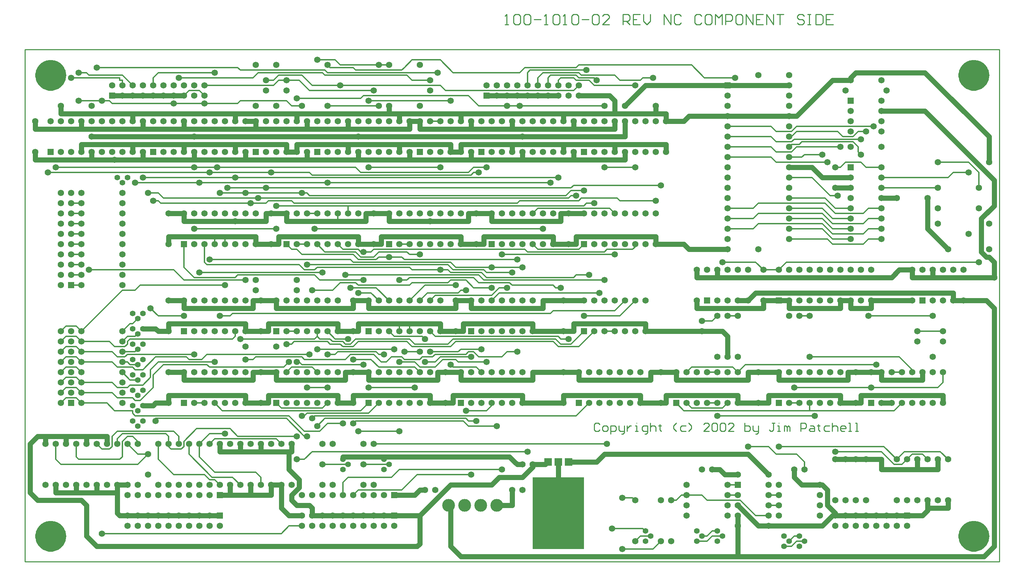
<source format=gtl>
*%FSLAX23Y23*%
*%MOIN*%
G01*
%ADD11C,0.006*%
%ADD12C,0.007*%
%ADD13C,0.008*%
%ADD14C,0.010*%
%ADD15C,0.012*%
%ADD16C,0.030*%
%ADD17C,0.032*%
%ADD18C,0.036*%
%ADD19C,0.050*%
%ADD20C,0.052*%
%ADD21C,0.055*%
%ADD22C,0.056*%
%ADD23C,0.059*%
%ADD24C,0.062*%
%ADD25C,0.066*%
%ADD26C,0.070*%
%ADD27C,0.090*%
%ADD28C,0.120*%
%ADD29C,0.125*%
%ADD30C,0.129*%
%ADD31C,0.140*%
%ADD32C,0.160*%
%ADD33C,0.250*%
%ADD34C,0.250*%
%ADD35R,0.062X0.062*%
%ADD36R,0.066X0.066*%
%ADD37R,0.075X0.075*%
%ADD38R,0.079X0.079*%
%ADD39R,0.250X0.250*%
D14*
X10029Y6762D02*
X10042Y6749D01*
X10029Y6762D02*
X10002D01*
X9989Y6749D01*
Y6695D01*
X10002Y6682D01*
X10029D01*
X10042Y6695D01*
X10082Y6682D02*
X10109D01*
X10122Y6695D01*
Y6722D01*
X10109Y6735D01*
X10082D01*
X10069Y6722D01*
Y6695D01*
X10082Y6682D01*
X10149Y6655D02*
Y6735D01*
X10189D01*
X10202Y6722D01*
Y6695D01*
X10189Y6682D01*
X10149D01*
X10229Y6695D02*
Y6735D01*
Y6695D02*
X10242Y6682D01*
X10282D01*
Y6669D01*
X10269Y6655D01*
X10256D01*
X10282Y6682D02*
Y6735D01*
X10309D02*
Y6682D01*
Y6709D01*
X10322Y6722D01*
X10336Y6735D01*
X10349D01*
X10389Y6682D02*
X10416D01*
X10402D01*
Y6735D01*
X10389D01*
X10402Y6762D02*
X10403D01*
X10482Y6655D02*
X10496D01*
X10509Y6669D01*
Y6735D01*
X10469D01*
X10456Y6722D01*
Y6695D01*
X10469Y6682D01*
X10509D01*
X10535D02*
Y6762D01*
Y6722D02*
Y6682D01*
Y6722D02*
X10549Y6735D01*
X10575D01*
X10589Y6722D01*
Y6682D01*
X10629Y6735D02*
Y6749D01*
Y6735D02*
X10615D01*
X10642D01*
X10629D01*
Y6695D01*
X10642Y6682D01*
X10762Y6709D02*
X10789Y6682D01*
X10762Y6709D02*
Y6735D01*
X10789Y6762D01*
X10842Y6735D02*
X10882D01*
X10842D02*
X10829Y6722D01*
Y6695D01*
X10842Y6682D01*
X10882D01*
X10909D02*
X10935Y6709D01*
Y6735D01*
X10909Y6762D01*
X11055Y6682D02*
X11109D01*
X11055D02*
X11109Y6735D01*
Y6749D01*
X11095Y6762D01*
X11069D01*
X11055Y6749D01*
X11135D02*
X11149Y6762D01*
X11175D01*
X11189Y6749D01*
Y6695D01*
X11175Y6682D01*
X11149D01*
X11135Y6695D01*
Y6749D01*
X11215D02*
X11229Y6762D01*
X11255D01*
X11269Y6749D01*
Y6695D01*
X11255Y6682D01*
X11229D01*
X11215Y6695D01*
Y6749D01*
X11295Y6682D02*
X11349D01*
X11295D02*
X11349Y6735D01*
Y6749D01*
X11335Y6762D01*
X11309D01*
X11295Y6749D01*
X11455Y6762D02*
Y6682D01*
X11495D01*
X11509Y6695D01*
Y6709D01*
Y6722D01*
X11495Y6735D01*
X11455D01*
X11535D02*
Y6695D01*
X11548Y6682D01*
X11588D01*
Y6669D01*
X11575Y6655D01*
X11562D01*
X11588Y6682D02*
Y6735D01*
X11722Y6762D02*
X11748D01*
X11735D02*
X11722D01*
X11735D02*
Y6695D01*
X11722Y6682D01*
X11708D01*
X11695Y6695D01*
X11775Y6682D02*
X11802D01*
X11788D01*
Y6735D01*
X11775D01*
X11788Y6762D02*
X11789D01*
X11842Y6735D02*
Y6682D01*
Y6735D02*
X11855D01*
X11868Y6722D01*
Y6682D01*
Y6722D01*
X11882Y6735D01*
X11895Y6722D01*
Y6682D01*
X12002D02*
Y6762D01*
X12042D01*
X12055Y6749D01*
Y6722D01*
X12042Y6709D01*
X12002D01*
X12095Y6735D02*
X12122D01*
X12135Y6722D01*
Y6682D01*
X12095D01*
X12082Y6695D01*
X12095Y6709D01*
X12135D01*
X12175Y6735D02*
Y6749D01*
Y6735D02*
X12162D01*
X12188D01*
X12175D01*
Y6695D01*
X12188Y6682D01*
X12242Y6735D02*
X12282D01*
X12242D02*
X12228Y6722D01*
Y6695D01*
X12242Y6682D01*
X12282D01*
X12308D02*
Y6762D01*
Y6722D02*
Y6682D01*
Y6722D02*
X12322Y6735D01*
X12348D01*
X12362Y6722D01*
Y6682D01*
X12402D02*
X12428D01*
X12402D02*
X12388Y6695D01*
Y6722D01*
X12402Y6735D01*
X12428D01*
X12442Y6722D01*
Y6709D01*
X12388D01*
X12468Y6682D02*
X12495D01*
X12482D01*
Y6762D01*
X12468D01*
X12535Y6682D02*
X12562D01*
X12548D01*
Y6762D01*
X12535D01*
X9152Y10652D02*
X9119D01*
X9136D02*
X9152D01*
X9136D02*
Y10752D01*
X9137D01*
X9136D02*
X9119Y10735D01*
X9202D02*
X9219Y10752D01*
X9252D01*
X9269Y10735D01*
Y10669D01*
X9252Y10652D01*
X9219D01*
X9202Y10669D01*
Y10735D01*
X9302D02*
X9319Y10752D01*
X9352D01*
X9369Y10735D01*
Y10669D01*
X9352Y10652D01*
X9319D01*
X9302Y10669D01*
Y10735D01*
X9402Y10702D02*
X9469D01*
X9502Y10652D02*
X9536D01*
X9519D01*
Y10752D01*
X9520D01*
X9519D02*
X9502Y10735D01*
X9586D02*
X9602Y10752D01*
X9636D01*
X9652Y10735D01*
Y10669D01*
X9636Y10652D01*
X9602D01*
X9586Y10669D01*
Y10735D01*
X9685Y10652D02*
X9719D01*
X9702D01*
Y10752D01*
X9703D01*
X9702D02*
X9685Y10735D01*
X9769D02*
X9785Y10752D01*
X9819D01*
X9835Y10735D01*
Y10669D01*
X9819Y10652D01*
X9785D01*
X9769Y10669D01*
Y10735D01*
X9869Y10702D02*
X9935D01*
X9969Y10735D02*
X9985Y10752D01*
X10019D01*
X10035Y10735D01*
Y10669D01*
X10019Y10652D01*
X9985D01*
X9969Y10669D01*
Y10735D01*
X10069Y10652D02*
X10135D01*
X10069D02*
X10135Y10719D01*
Y10735D01*
X10119Y10752D01*
X10085D01*
X10069Y10735D01*
X10269Y10752D02*
Y10652D01*
Y10752D02*
X10319D01*
X10335Y10735D01*
Y10702D01*
X10319Y10685D01*
X10269D01*
X10302D02*
X10335Y10652D01*
X10369Y10752D02*
X10435D01*
X10369D02*
Y10652D01*
X10435D01*
X10402Y10702D02*
X10369D01*
X10469Y10685D02*
Y10752D01*
Y10685D02*
X10502Y10652D01*
X10535Y10685D01*
Y10752D01*
X10668D02*
Y10652D01*
X10735D02*
X10668Y10752D01*
X10735D02*
Y10652D01*
X10835Y10735D02*
X10818Y10752D01*
X10785D01*
X10768Y10735D01*
Y10669D01*
X10785Y10652D01*
X10818D01*
X10835Y10669D01*
X11018Y10752D02*
X11035Y10735D01*
X11018Y10752D02*
X10985D01*
X10968Y10735D01*
Y10669D01*
X10985Y10652D01*
X11018D01*
X11035Y10669D01*
X11085Y10752D02*
X11118D01*
X11085D02*
X11068Y10735D01*
Y10669D01*
X11085Y10652D01*
X11118D01*
X11135Y10669D01*
Y10735D01*
X11118Y10752D01*
X11168D02*
Y10652D01*
X11202Y10719D02*
X11168Y10752D01*
X11202Y10719D02*
X11235Y10752D01*
Y10652D01*
X11268D02*
Y10752D01*
X11318D01*
X11335Y10735D01*
Y10702D01*
X11318Y10685D01*
X11268D01*
X11385Y10752D02*
X11418D01*
X11385D02*
X11368Y10735D01*
Y10669D01*
X11385Y10652D01*
X11418D01*
X11435Y10669D01*
Y10735D01*
X11418Y10752D01*
X11468D02*
Y10652D01*
X11535D02*
X11468Y10752D01*
X11535D02*
Y10652D01*
X11568Y10752D02*
X11635D01*
X11568D02*
Y10652D01*
X11635D01*
X11602Y10702D02*
X11568D01*
X11668Y10652D02*
Y10752D01*
X11735Y10652D01*
Y10752D01*
X11768D02*
X11835D01*
X11801D01*
Y10652D01*
X12018Y10752D02*
X12035Y10735D01*
X12018Y10752D02*
X11985D01*
X11968Y10735D01*
Y10719D01*
X11985Y10702D01*
X12018D01*
X12035Y10685D01*
Y10669D01*
X12018Y10652D01*
X11985D01*
X11968Y10669D01*
X12068Y10752D02*
X12101D01*
X12085D01*
Y10652D01*
X12068D01*
X12101D01*
X12151D02*
Y10752D01*
Y10652D02*
X12201D01*
X12218Y10669D01*
Y10735D01*
X12201Y10752D01*
X12151D01*
X12251D02*
X12318D01*
X12251D02*
Y10652D01*
X12318D01*
X12285Y10702D02*
X12251D01*
X13939Y5407D02*
X4439D01*
X13939D02*
Y10407D01*
X4439D01*
Y5407D01*
D15*
X8189Y7957D02*
X8339Y8107D01*
X6114Y6707D02*
X5989Y6582D01*
X9764Y7532D02*
X9889Y7657D01*
X9989D02*
X9839Y7507D01*
X5689Y7107D02*
X5564Y6982D01*
X5589Y7282D02*
X5714Y7407D01*
X5389Y8057D02*
X4989Y7657D01*
X9814Y6832D02*
X9939Y6957D01*
X8264Y6257D02*
X8114Y6107D01*
X10239Y7807D02*
X10389Y7957D01*
X7989D02*
X7864Y8082D01*
X12114Y9157D02*
X12289Y8982D01*
X11064Y10132D02*
X10939Y10257D01*
X12814Y6532D02*
X12939Y6407D01*
X12914Y6357D02*
X12789Y6482D01*
X7164Y6682D02*
X7014Y6832D01*
X5889Y6257D02*
X5739Y6407D01*
X6039Y6457D02*
X6264Y6232D01*
X6289Y6282D02*
X6139Y6432D01*
X11414Y6007D02*
X11564Y5857D01*
X13089Y7282D02*
X12964Y7407D01*
X7164Y6632D02*
X6989Y6807D01*
X8614Y10182D02*
X8489Y10307D01*
X10264Y5532D02*
X10564D01*
X11839Y5557D02*
X11914D01*
X10464Y5732D02*
X10164D01*
X7139Y5757D02*
X7014D01*
X6939Y5682D02*
X5189D01*
X10439Y5657D02*
X10539D01*
X11939D02*
X11989D01*
X11964Y5607D02*
X12039D01*
X11089Y5657D02*
X11039D01*
X11139Y5707D02*
X11189D01*
X11089Y5607D02*
X10989D01*
X11139Y5657D02*
X11239D01*
X4739Y6407D02*
Y6557D01*
X4789Y6957D02*
X4839Y7007D01*
X4789Y7057D02*
X4839Y7107D01*
X4789Y7157D02*
X4839Y7207D01*
X4789Y7257D02*
X4839Y7307D01*
X4789Y7357D02*
X4839Y7407D01*
X4789Y7457D02*
X4839Y7507D01*
X4789Y7557D02*
X4839Y7607D01*
X4789Y7657D02*
X4839Y7707D01*
X4739Y6407D02*
X4789Y6357D01*
X11564Y5857D02*
X11689D01*
Y5957D02*
X11789D01*
X4939Y6432D02*
Y6557D01*
Y6432D02*
X4964Y6407D01*
X4989Y6957D02*
X4939Y7007D01*
X4989Y7057D02*
X4939Y7107D01*
X4989Y7157D02*
X4939Y7207D01*
X4989Y7257D02*
X4939Y7307D01*
X4989Y7357D02*
X4939Y7407D01*
X4989Y7457D02*
X4939Y7507D01*
X4989Y7557D02*
X4939Y7607D01*
X4989Y7657D02*
X4939Y7707D01*
X10264Y6032D02*
X10364D01*
X8114Y6107D02*
X7689D01*
X10889Y6057D02*
X11039D01*
X10889D02*
X10839D01*
X11089Y6007D02*
X11414D01*
X10789D02*
X10739D01*
X11289Y6057D02*
X11389D01*
X11689D02*
X11789D01*
X11389Y6157D02*
X11289D01*
X5189Y6507D02*
X5139Y6557D01*
X5064Y10157D02*
X5039Y10182D01*
X12914Y6357D02*
X12989D01*
X7989D02*
X7739D01*
X7589D02*
X7339D01*
X8264Y6257D02*
X8789D01*
X8014Y6232D02*
X7589D01*
X8089Y6307D02*
X9089D01*
X5539Y6357D02*
X4789D01*
X6239Y6207D02*
X6289D01*
X6189Y6257D02*
X5889D01*
X6264Y6232D02*
X6464D01*
X6289Y6282D02*
X6689D01*
X5289Y6532D02*
Y6632D01*
X5339Y6607D02*
Y6557D01*
X5389Y6582D02*
Y6432D01*
Y10057D02*
Y10107D01*
X5364D02*
Y10132D01*
X5339Y6682D02*
X5289Y6632D01*
Y6532D02*
X5264Y6507D01*
X5339Y6607D02*
X5389Y6657D01*
X5439Y6632D02*
X5389Y6582D01*
Y6432D02*
X5364Y6407D01*
X5389Y7657D02*
X5464Y7732D01*
X5439Y7607D02*
X5389Y7557D01*
X5239Y6957D02*
X5314Y6882D01*
X5339Y7007D02*
X5289Y7057D01*
X5339Y7107D02*
X5289Y7157D01*
X5339Y7307D02*
X5289Y7357D01*
X5339Y7407D02*
X5289Y7457D01*
X5314Y7507D02*
X5264Y7557D01*
X5389Y7257D02*
X5464Y7182D01*
X5489Y10057D02*
X5389Y10157D01*
X5264Y9907D02*
X5289Y9882D01*
X11764Y6457D02*
X11964D01*
X11689Y6532D02*
X11489D01*
X13089Y6457D02*
X13189D01*
X13014Y6482D02*
X13364D01*
X12814Y6532D02*
X11789D01*
X12339Y6482D02*
X12789D01*
X5964Y6507D02*
X5864D01*
X7839Y6557D02*
X10114D01*
X9339Y6482D02*
X7239D01*
X7164Y6407D02*
X7089D01*
X5264Y6507D02*
X5189D01*
X5364Y6407D02*
X4964D01*
X5539Y6457D02*
X5639D01*
X5489Y6857D02*
Y6882D01*
X5439Y7532D02*
Y7557D01*
X5539Y6582D02*
Y6557D01*
X5589Y7132D02*
X5664Y7207D01*
X5464Y7132D02*
X5439Y7107D01*
X5414Y7407D02*
X5439Y7432D01*
Y7557D02*
X5464Y7582D01*
X5439Y7532D02*
X5414Y7507D01*
X5514Y8057D02*
X5564Y8107D01*
X5639Y6457D02*
X5539Y6357D01*
X5489Y7732D02*
X5539Y7782D01*
Y7632D02*
X5514Y7607D01*
X5539Y7482D02*
X5514Y7457D01*
X5489Y6857D02*
X5514Y6832D01*
Y6982D02*
X5489Y7007D01*
X5514Y7282D02*
X5489Y7307D01*
Y6632D02*
X5539Y6582D01*
X5439Y6557D02*
X5539Y6457D01*
X5464Y7332D02*
X5439Y7357D01*
X7689Y6682D02*
X8089D01*
X6439Y6707D02*
X6114D01*
X6514Y6632D02*
X7089D01*
X7164Y6682D02*
X7314D01*
X8764Y6732D02*
X9039D01*
X5889Y6682D02*
X5839D01*
X5339D01*
X5389Y6657D02*
X5814D01*
X5489Y6632D02*
X5439D01*
X6289Y6607D02*
X6889D01*
X6389Y6657D02*
X6239D01*
X7164Y6632D02*
X7189D01*
X5689Y7107D02*
Y7232D01*
X5664Y7207D02*
Y7282D01*
X5739Y6557D02*
Y6407D01*
X5689Y10057D02*
Y10132D01*
X5714Y6807D02*
Y6782D01*
X5689Y7232D02*
X5789Y7332D01*
X5739Y7357D02*
X5664Y7282D01*
X5689Y10132D02*
X5739Y10182D01*
Y8932D02*
X5764Y8907D01*
X5664Y7882D02*
X5739Y7807D01*
X5789Y8957D02*
X5739Y9007D01*
X7264Y6832D02*
X9814D01*
X7164D02*
X7139D01*
X7189Y6857D02*
X7789D01*
X11189Y6832D02*
X12139D01*
X8939Y6882D02*
X8739D01*
X7539Y6757D02*
X7389D01*
X7014Y6832D02*
X5514D01*
X5489Y6882D02*
X5314D01*
X10939Y6907D02*
X11239D01*
X12089Y6882D02*
X12914D01*
X10864D01*
X8714Y6782D02*
X7664D01*
X8764D02*
X8839D01*
X8739Y6807D02*
X7364D01*
X7714Y6882D02*
X6364D01*
X6939Y6907D02*
X7339D01*
X6989Y6807D02*
X5714D01*
X5839Y6557D02*
Y6532D01*
Y6557D02*
Y6632D01*
X5939D02*
Y6557D01*
X5964Y6507D02*
X5989Y6532D01*
X5864Y6507D02*
X5839Y6532D01*
X5989Y8157D02*
X5889Y8257D01*
Y6682D02*
X5939Y6632D01*
X5839D02*
X5814Y6657D01*
X11939Y7107D02*
X12689D01*
X5239Y6957D02*
X4989D01*
X5514Y6982D02*
X5564D01*
X5489Y7007D02*
X5339D01*
X5289Y7057D02*
X4989D01*
X5464Y7132D02*
X5589D01*
X5439Y7107D02*
X5339D01*
X11089Y6957D02*
X11189D01*
X11889D02*
X11989D01*
X8239Y7107D02*
X7789D01*
X6189Y6957D02*
X6089D01*
X12689Y7107D02*
X13339D01*
X4939Y7007D02*
X4839D01*
Y7107D02*
X4939D01*
X7189D02*
X7389D01*
X5989Y6582D02*
Y6532D01*
Y8282D02*
Y8507D01*
X6039Y6557D02*
Y6457D01*
X6139Y6432D02*
Y6557D01*
X6164Y7382D02*
X6214Y7432D01*
X6239Y6657D02*
X6139Y6557D01*
X5989Y9957D02*
X6039Y10007D01*
X5989Y8282D02*
X6089Y8182D01*
X6014Y7407D02*
X6039Y7382D01*
X6189Y9957D02*
X6139Y10007D01*
X8289Y7307D02*
X8439D01*
X8239D02*
X7889D01*
X8614D02*
X8839D01*
X6964D02*
X6239D01*
X6214Y7332D02*
X5789D01*
X5289Y7157D02*
X4989D01*
X5514Y7282D02*
X5589D01*
X5489Y7307D02*
X5339D01*
X11089Y7257D02*
X11189D01*
X11339Y7307D02*
X10939D01*
X12889Y7257D02*
X12989D01*
X4939Y7207D02*
X4839D01*
Y7307D02*
X4939D01*
X5464Y7332D02*
X5539D01*
Y7182D02*
X5464D01*
X7039Y7307D02*
X7239D01*
X7139Y7332D02*
X7739D01*
X11464D02*
X12739D01*
X6289Y8507D02*
Y8582D01*
X6189Y8507D02*
Y8332D01*
X6289Y6607D02*
X6239Y6557D01*
X6214Y8307D02*
X6189Y8332D01*
X6214Y7332D02*
X6239Y7307D01*
X6289Y6207D02*
X6339Y6157D01*
X6239Y6207D02*
X6189Y6257D01*
X6364Y6882D02*
X6289Y6957D01*
X7614Y7432D02*
X7839D01*
X7564Y7382D02*
X7164D01*
X7889Y7432D02*
X7939D01*
X7864Y7457D02*
X7489D01*
X7464Y7432D02*
X7389D01*
X8089Y7357D02*
X8239D01*
X8289Y7457D02*
X8139D01*
X8264Y7382D02*
X8289D01*
X8314Y7407D02*
X8414D01*
X8439Y7357D02*
X8339D01*
X8489Y7407D02*
X8789D01*
X8664Y7457D02*
X8389D01*
X8689Y7482D02*
X8889D01*
X9139Y7457D02*
X9239D01*
X9089Y7407D02*
X8864D01*
X8814Y7457D02*
X8764D01*
X8739Y7432D02*
X8439D01*
X8264Y7382D02*
X8139D01*
X8114Y7407D02*
X8014D01*
X7964Y7357D02*
X7914D01*
X7139Y7407D02*
X6689D01*
X6664Y7382D02*
X6589D01*
X7639D02*
X7814D01*
X9639Y7507D02*
X9839D01*
X9764Y7532D02*
X9664D01*
X8639Y7382D02*
X8514D01*
X8664Y7357D02*
X8939D01*
X6164Y7382D02*
X6039D01*
X6214Y7432D02*
X7214D01*
X6289Y7357D02*
X5739D01*
X5714Y7407D02*
X6014D01*
X5289Y7357D02*
X4989D01*
X5439Y7432D02*
X6089D01*
X5414Y7407D02*
X5339D01*
X5289Y7457D02*
X4989D01*
X5314Y7507D02*
X5414D01*
X4939Y7407D02*
X4839D01*
Y7507D02*
X4939D01*
X5389Y7457D02*
X5514D01*
X5439Y7357D02*
X5389D01*
X7289Y7482D02*
X8039D01*
X12089Y7407D02*
X12964D01*
X7614Y7532D02*
X7564D01*
X7539Y7507D02*
X7639D01*
X7514Y7532D02*
X7414D01*
X7039D02*
X6989D01*
X7089Y7357D02*
X7114D01*
X8214Y7507D02*
X8589D01*
X8564Y7532D02*
X8239D01*
X6489Y7607D02*
Y7657D01*
X6389Y8507D02*
Y8582D01*
X6514Y9882D02*
X6539Y9907D01*
X6514Y8207D02*
X6489Y8182D01*
Y7607D02*
X6464Y7582D01*
X6439Y7807D02*
X6464Y7832D01*
X6439Y6707D02*
X6514Y6632D01*
X6539Y10207D02*
X6514Y10232D01*
X6464Y6232D02*
X6539Y6157D01*
X8039Y7607D02*
X8314D01*
X8639Y7557D02*
X9589D01*
X9614Y7582D02*
X8614D01*
X8439Y7607D02*
X9639D01*
X9664Y7582D02*
X9739D01*
X6464D02*
X5464D01*
X5264Y7557D02*
X4989D01*
X13139Y7657D02*
X13389D01*
X10189D02*
X10089D01*
X4939Y7607D02*
X4839D01*
Y7707D02*
X4939D01*
X5464Y7732D02*
X5489D01*
X5514Y7607D02*
X5439D01*
X6539Y7582D02*
X7264D01*
X7464D02*
X7589D01*
X7414D02*
X7314D01*
X7439Y7557D02*
X7539D01*
X7389D02*
X7064D01*
X7689D02*
X8164D01*
X8189Y7582D02*
X7664D01*
X7089Y7657D02*
X6989D01*
X6739Y6232D02*
Y6157D01*
X6664Y7382D02*
X6689Y7407D01*
X6664Y10132D02*
X6714Y10182D01*
X6689Y6282D02*
X6739Y6232D01*
X12664Y7807D02*
X13289D01*
X12089D02*
X11989D01*
X11139Y7757D02*
X11039D01*
X11289Y7807D02*
X11389D01*
X9564Y7832D02*
X6464D01*
X6439Y7807D02*
X6339D01*
X9589Y7857D02*
X10189D01*
X10239Y7807D02*
X9889D01*
X5989D02*
X5739D01*
X7014Y5757D02*
X6939Y5682D01*
X6864Y10107D02*
X6914Y10157D01*
Y10107D02*
X6864Y10057D01*
X6814Y8932D02*
X6789Y8907D01*
X6889Y6607D02*
X6939Y6557D01*
Y6907D02*
X6889Y6957D01*
X9614Y8082D02*
X9664D01*
X9589Y8107D02*
X9189D01*
X8989Y8082D02*
X8814D01*
X9064D02*
X9139D01*
X8989Y8007D02*
X8439D01*
X8189Y8107D02*
X7689D01*
X7614Y8082D02*
X7864D01*
X7439Y8057D02*
X7239D01*
X8339Y8107D02*
X8639D01*
X7814Y8032D02*
X7689D01*
X8689Y8057D02*
X8739D01*
X8664Y8032D02*
X8364D01*
X6389Y8107D02*
X5564D01*
X5514Y8057D02*
X5389D01*
X9064Y8032D02*
X10039D01*
X4989Y8107D02*
X4889D01*
X6964Y7307D02*
X7014Y7357D01*
X7039Y7307D02*
X6989Y7257D01*
X7039Y7532D02*
X7064Y7557D01*
X7139Y7407D02*
X7164Y7382D01*
X7039Y9857D02*
X6989Y9907D01*
X7114Y10107D02*
X7214Y10007D01*
X7114Y8307D02*
X7164Y8257D01*
X7039Y8457D02*
X6989Y8507D01*
X7089Y8457D02*
X7139Y8407D01*
X7239Y10057D02*
X7139Y10157D01*
X7114Y7357D02*
X7139Y7332D01*
X7064Y8907D02*
X7039Y8932D01*
X8639Y8282D02*
X8989D01*
X9289D01*
X8564Y8307D02*
X7189D01*
X8614Y8257D02*
X8914D01*
X8939Y8232D02*
X9189D01*
X8939Y8182D02*
X9789D01*
X9814Y8207D02*
X9939D01*
X10089Y8157D02*
X9589D01*
X9164Y8132D02*
X8864D01*
X8889Y8232D02*
X8589D01*
X8914Y8157D02*
X9589D01*
X8864Y8207D02*
X7564D01*
X8489Y8257D02*
X8564D01*
X8814Y8182D02*
X8189D01*
X8589Y8157D02*
X8739D01*
X7664Y8132D02*
X7514D01*
X8214D02*
X8564D01*
X8164Y8157D02*
X8089D01*
X8214Y8257D02*
X8489D01*
X8189Y8282D02*
X7289D01*
X7264Y8257D02*
X7164D01*
X7114Y8307D02*
X6214D01*
X7439Y8157D02*
X7739D01*
X7439D02*
X7314D01*
X7264Y8207D02*
X6514D01*
X6489Y8182D02*
X6089D01*
X6514Y8157D02*
X6589D01*
X6514D02*
X5989D01*
X5889Y8257D02*
X5064D01*
X11639D02*
X11789D01*
X7339Y8232D02*
X6139D01*
X4989Y8307D02*
X4889D01*
Y8207D02*
X4989D01*
X7289Y7657D02*
Y7607D01*
X7264Y6832D02*
X7239Y6807D01*
X7189Y6857D02*
X7164Y6832D01*
X7264Y8257D02*
X7289Y8282D01*
X7389Y6757D02*
X7314Y6682D01*
X7239Y6482D02*
X7164Y6407D01*
X7289Y6732D02*
X7364Y6807D01*
X7264Y7582D02*
X7289Y7607D01*
X7389Y6957D02*
X7339Y6907D01*
X7239Y9182D02*
X7214Y9207D01*
X7264Y8207D02*
X7314Y8157D01*
X7364Y8432D02*
X7289Y8507D01*
X7239Y7307D02*
X7289Y7257D01*
X7314Y7582D02*
X7289Y7607D01*
X7214Y8982D02*
X7189Y9007D01*
X7364Y10157D02*
X7339Y10182D01*
X7989Y8382D02*
X8114D01*
X8139Y8357D02*
X9239D01*
X8589Y8332D02*
X7639D01*
X12314Y8507D02*
X12614D01*
X9839Y8457D02*
X9439D01*
X10114D02*
X10364D01*
X10089Y8432D02*
X9339D01*
X9314Y8457D02*
X7839D01*
X8089Y8507D02*
X8189D01*
X7614Y8357D02*
X6239D01*
X7039Y8457D02*
X7089D01*
X7139Y8407D02*
X7639D01*
X7689Y8357D02*
X7864D01*
X7889Y8382D02*
X7989D01*
X7189Y8507D02*
X7089D01*
X7539Y8457D02*
X7689D01*
X7714Y8432D02*
X7739D01*
X7814D01*
X7889D02*
X8164D01*
X7839Y8382D02*
X7714D01*
X7664Y8432D02*
X7364D01*
X9089Y8407D02*
X10189D01*
X11239Y8332D02*
X11564D01*
X11864D02*
X13739D01*
X8289Y8407D02*
X8189D01*
X4989Y8507D02*
X4889D01*
Y8407D02*
X4989D01*
X7489Y8732D02*
Y8807D01*
X7539Y6182D02*
Y6057D01*
X7439Y8057D02*
X7514Y8132D01*
X7489Y7457D02*
X7464Y7432D01*
X7589Y6232D02*
X7539Y6182D01*
Y8457D02*
X7489Y8507D01*
X7514Y10257D02*
X7464Y10307D01*
X7389Y7657D02*
X7464Y7582D01*
X7439Y7557D02*
X7414Y7582D01*
X7539Y7557D02*
X7564Y7532D01*
X7539Y7507D02*
X7514Y7532D01*
X7414D02*
X7389Y7557D01*
X7414Y10232D02*
X7389Y10257D01*
X7364Y10207D02*
X7389Y10182D01*
X6889Y8657D02*
X6089D01*
X12664Y8557D02*
X12789D01*
X12264D02*
X11889D01*
X12314D02*
X12489D01*
X12214Y8657D02*
X11889D01*
X12664D02*
X12789D01*
X11539D02*
X11289D01*
X11589Y8707D02*
X12214D01*
X12314Y8607D02*
X12614D01*
X12489Y8657D02*
X12464D01*
X12314D01*
Y8707D02*
X12614D01*
X4989D02*
X4889D01*
Y8607D02*
X4989D01*
X7264Y8657D02*
X9489D01*
X7589Y8807D02*
Y8882D01*
X7614Y7432D02*
X7564Y7382D01*
X7664Y6782D02*
X7639Y6757D01*
X7689Y6107D02*
X7639Y6057D01*
X7714Y6882D02*
X7789Y6957D01*
X7714Y9932D02*
X7739Y9957D01*
X7689Y7557D02*
X7639Y7507D01*
X7614Y7532D02*
X7664Y7582D01*
X7689Y8107D02*
X7664Y8132D01*
X7714Y9207D02*
X7664Y9257D01*
X7614Y8357D02*
X7639Y8332D01*
X7689Y8357D02*
X7639Y8407D01*
X7689Y8457D02*
X7714Y8432D01*
X7664D02*
X7714Y8382D01*
X7664Y10207D02*
X7639Y10232D01*
X7589Y8882D02*
X9889D01*
X7589D02*
X6889D01*
X9914Y8907D02*
X9989D01*
X11889Y8757D02*
X12214D01*
X12664D02*
X12789D01*
X11539D02*
X11289D01*
X11589Y8807D02*
X12214D01*
X12339Y8857D02*
X12489D01*
X12664D02*
X12789D01*
X11539D02*
X11289D01*
X11589Y8907D02*
X12239D01*
X12339Y8807D02*
X12614D01*
X12489Y8757D02*
X12314D01*
X12214Y8857D02*
X11889D01*
X4989Y8907D02*
X4889D01*
Y8807D02*
X4989D01*
X7189D02*
X7289D01*
X9439Y8857D02*
X10139D01*
X6789Y8907D02*
X5764D01*
X7064D02*
X9239D01*
X7889Y8382D02*
X7864Y8357D01*
X7814Y8432D02*
X7839Y8457D01*
X7889Y8432D02*
X7839Y8382D01*
X7889Y6957D02*
X7789Y6857D01*
X7914Y7357D02*
X7839Y7432D01*
X7864Y7457D02*
X7889Y7432D01*
X7814Y7382D02*
X7889Y7307D01*
Y7957D02*
X7814Y8032D01*
X12289Y8982D02*
X12364D01*
X9839Y8932D02*
X9264D01*
X9864Y8957D02*
X10214D01*
X10239Y8932D02*
X10589D01*
X9739Y8957D02*
X5789D01*
X7214Y8982D02*
X9714D01*
X8664D01*
X5739Y8932D02*
X5689D01*
X6339Y9007D02*
X7139D01*
X6414Y9057D02*
X9764D01*
X11889Y8957D02*
X12239D01*
X9814Y8982D02*
X9764D01*
Y9032D02*
X9889D01*
X9789Y9082D02*
X10639D01*
X7189Y9007D02*
X7139D01*
X5739D02*
X5639D01*
X5789Y8957D02*
X6714D01*
X6814Y8932D02*
X7039D01*
X12789Y9057D02*
X13339D01*
X8089Y7732D02*
Y7657D01*
X8014Y7407D02*
X7964Y7357D01*
X8089Y6307D02*
X8014Y6232D01*
X8114Y10207D02*
X8139Y10232D01*
X8114Y8382D02*
X8139Y8357D01*
X8114Y7407D02*
X8139Y7382D01*
X8039Y7607D02*
X7989Y7657D01*
X6864Y9207D02*
X6839D01*
X5514Y9107D02*
X9564D01*
X8939Y9257D02*
X8814D01*
Y9207D02*
X8864D01*
X9639Y9157D02*
X5589D01*
X4664Y9207D02*
X7214D01*
X11889Y9157D02*
X12114D01*
X8489Y9257D02*
X7789D01*
X7714Y9207D02*
X8764D01*
X8789Y9182D02*
X7239D01*
X7664Y9257D02*
X4739D01*
X13489Y9207D02*
X13639D01*
X13439Y9157D02*
X12789D01*
X10389Y9257D02*
X10089D01*
X12339D02*
X12389D01*
X12639D02*
X12789D01*
X8189Y7732D02*
Y7657D01*
Y8107D02*
X8214Y8132D01*
X8314Y7407D02*
X8289Y7382D01*
X8164Y8157D02*
X8189Y8182D01*
X8364Y8032D02*
X8289Y7957D01*
X8139Y10232D02*
X8214Y10307D01*
X8239Y7357D02*
X8289Y7307D01*
X8339Y7582D02*
X8314Y7607D01*
X8214Y8257D02*
X8189Y8282D01*
X8239Y7307D02*
X8289Y7257D01*
X8189Y8407D02*
X8164Y8432D01*
Y7557D02*
X8214Y7507D01*
X8239Y7532D02*
X8189Y7582D01*
X8214Y10107D02*
X8164Y10157D01*
X13339Y9307D02*
X13639D01*
X12014Y9357D02*
X11889D01*
X12039Y9382D02*
X12214D01*
X11989Y9482D02*
X11914D01*
X11714Y9357D02*
X11289D01*
X11764Y9307D02*
X12264D01*
X11714Y9457D02*
X11289D01*
X11764Y9407D02*
X11914D01*
X12439Y9307D02*
X12589D01*
X12389Y9457D02*
X11964D01*
X8489Y7407D02*
X8439Y7357D01*
Y7307D02*
X8514Y7382D01*
X8439Y7432D02*
X8414Y7407D01*
X8389Y7957D02*
X8439Y8007D01*
X8389Y7657D02*
X8439Y7607D01*
X8539Y10007D02*
X8489Y10057D01*
X12564Y9607D02*
X12639D01*
X12714Y9657D02*
X11964D01*
X12014Y9507D02*
X12514D01*
Y9557D02*
X12414D01*
X12589Y9532D02*
X11939D01*
X11914Y9557D02*
X11889D01*
X11964Y9607D02*
X12364D01*
X11714Y9557D02*
X11289D01*
X11764Y9507D02*
X11914D01*
X11714Y9657D02*
X11289D01*
X11764Y9607D02*
X11914D01*
X8589Y8157D02*
X8564Y8132D01*
X8689Y7482D02*
X8664Y7457D01*
Y8032D02*
X8689Y8057D01*
X8639Y7557D02*
X8589Y7507D01*
X8564Y7532D02*
X8614Y7582D01*
X8639Y8282D02*
X8589Y8332D01*
X8564Y8307D02*
X8614Y8257D01*
X8589Y8232D02*
X8564Y8257D01*
X8639Y7382D02*
X8664Y7357D01*
X8614Y7307D02*
X8589Y7332D01*
X8714Y6782D02*
X8764Y6732D01*
X7139Y9857D02*
X7039D01*
X6514Y9882D02*
X6189D01*
X8864Y9857D02*
X9139D01*
X8489Y9707D02*
X8389D01*
X5889Y9882D02*
X5289D01*
X5889D02*
X6189D01*
X9139Y9857D02*
X9264D01*
X10089D01*
X7889D02*
X7389D01*
X8764Y7457D02*
X8739Y7432D01*
X8764Y9207D02*
X8814Y9257D01*
Y9207D02*
X8789Y9182D01*
X8914Y8257D02*
X8939Y8232D01*
X8889D02*
X8939Y8182D01*
X8914Y8157D02*
X8864Y8207D01*
X8814Y8182D02*
X8864Y8132D01*
X8814Y8082D02*
X8739Y8157D01*
X8839Y7432D02*
X8864Y7407D01*
X8839Y7432D02*
X8814Y7457D01*
X8839Y7307D02*
X8889Y7257D01*
X8739Y6807D02*
X8764Y6782D01*
X8864Y9857D02*
X8764Y9957D01*
X7839Y10007D02*
X7214D01*
X6989Y9907D02*
X6539D01*
X7239Y10057D02*
X8489D01*
X8539Y10007D02*
X9789D01*
X6864Y10057D02*
X6189D01*
X7739Y9957D02*
X8764D01*
X7714Y9932D02*
X7089D01*
X7789Y9907D02*
X8589D01*
X9989Y10057D02*
X10389D01*
X5189Y9907D02*
X4964D01*
X5189D02*
X5264D01*
X6039Y10007D02*
X6139D01*
X8989Y6957D02*
Y6932D01*
Y8007D02*
X9064Y8082D01*
X9139Y7457D02*
X9089Y7407D01*
X8989Y6932D02*
X8939Y6882D01*
X8989Y7957D02*
X9064Y8032D01*
X11064Y10132D02*
X11364D01*
X10939Y10257D02*
X9839D01*
X7114Y10107D02*
X6989D01*
X6914D01*
X6864D02*
X6789D01*
X8214D02*
X8389D01*
X6664Y10132D02*
X5939D01*
X6514Y10232D02*
X5139D01*
X6914Y10157D02*
X7139D01*
X7889Y10257D02*
X7989D01*
X9364Y10207D02*
X9914D01*
X9839Y10182D02*
X9489D01*
X9864Y10157D02*
X10189D01*
X10239Y10107D02*
X10439D01*
X10464Y10132D02*
X10564D01*
X9814Y10157D02*
X9564D01*
X9839Y10132D02*
X9989D01*
X9789D02*
X9664D01*
X9814Y10107D02*
X9939D01*
X5389D02*
X5364D01*
Y10132D02*
X4889D01*
X5064Y10157D02*
X5389D01*
X5039Y10182D02*
X4964D01*
X5739D02*
X6289D01*
X7514Y10257D02*
X7889D01*
X8614Y10182D02*
X9264D01*
X9314Y10232D02*
X9814D01*
X7339Y10182D02*
X6714D01*
X7364Y10157D02*
X8164D01*
X7364Y10207D02*
X6539D01*
X7389Y10182D02*
X8464D01*
X7639Y10232D02*
X7414D01*
X7664Y10207D02*
X8114D01*
X9264Y8932D02*
X9239Y8907D01*
X9264Y10182D02*
X9314Y10232D01*
X9164Y8132D02*
X9189Y8107D01*
X7464Y10307D02*
X7289D01*
X8214D02*
X8489D01*
X9339Y10182D02*
Y10057D01*
X9439D02*
Y10132D01*
X9364Y10207D02*
X9339Y10182D01*
X9439Y10132D02*
X9489Y10182D01*
X9439Y8857D02*
X9389Y8807D01*
Y8507D02*
X9439Y8457D01*
X9339Y8432D02*
X9314Y8457D01*
X9539Y10057D02*
Y10132D01*
X9639Y10107D02*
Y10057D01*
X9589Y7857D02*
X9564Y7832D01*
X9539Y10132D02*
X9564Y10157D01*
X9639Y10107D02*
X9664Y10132D01*
X9589Y8107D02*
X9614Y8082D01*
X9589Y7557D02*
X9639Y7507D01*
X9664Y7532D02*
X9614Y7582D01*
X9639Y7607D02*
X9664Y7582D01*
X9789Y8182D02*
X9814Y8207D01*
X9839Y8932D02*
X9864Y8957D01*
X9914Y8907D02*
X9889Y8882D01*
Y8507D02*
X9839Y8457D01*
X9789Y10007D02*
X9839Y10057D01*
X9764Y8982D02*
X9739Y8957D01*
X9714Y8982D02*
X9764Y9032D01*
Y9057D02*
X9789Y9082D01*
X9814Y10232D02*
X9839Y10257D01*
Y10182D02*
X9864Y10157D01*
X9839Y10132D02*
X9814Y10157D01*
X9789Y10132D02*
X9814Y10107D01*
X10114Y8457D02*
X10089Y8432D01*
X10014Y10107D02*
X9989Y10132D01*
X9939Y10107D02*
X9989Y10057D01*
X10289Y7957D02*
X10189Y7857D01*
X10239Y8932D02*
X10214Y8957D01*
X10239Y10107D02*
X10189Y10157D01*
X10139Y8857D02*
X10189Y8807D01*
X10389Y8507D02*
Y8482D01*
X10364Y8457D01*
X10439Y5657D02*
X10389Y5607D01*
X10439Y10107D02*
X10464Y10132D01*
X10364Y6032D02*
X10389Y6007D01*
X10464Y5732D02*
X10489Y5707D01*
X10639Y5607D02*
X10564Y5532D01*
X10789Y6007D02*
X10839Y6057D01*
X10864Y6882D02*
X10789Y6957D01*
X10889Y7257D02*
X10939Y7307D01*
X10889Y6957D02*
X10939Y6907D01*
X11039Y6057D02*
X11089Y6007D01*
X11139Y7757D02*
X11189Y7807D01*
X11289Y6957D02*
X11239Y6907D01*
X11139Y5707D02*
X11089Y5657D01*
Y5607D02*
X11139Y5657D01*
X11389Y7257D02*
X11464Y7332D01*
X11389Y7257D02*
X11339Y7307D01*
X11539Y8657D02*
X11589Y8707D01*
X11539Y8757D02*
X11589Y8807D01*
X11539Y8857D02*
X11589Y8907D01*
X11564Y8332D02*
X11639Y8257D01*
X11789D02*
X11864Y8332D01*
X11689Y6532D02*
X11764Y6457D01*
Y9307D02*
X11714Y9357D01*
X11764Y9407D02*
X11714Y9457D01*
X11764Y9507D02*
X11714Y9557D01*
X11764Y9607D02*
X11714Y9657D01*
X12039Y6382D02*
Y6307D01*
X12014Y9357D02*
X12039Y9382D01*
X11914Y9482D02*
X11889Y9457D01*
X11989Y9482D02*
X12014Y9507D01*
X11939Y9532D02*
X11914Y9507D01*
Y9557D02*
X11964Y9607D01*
Y9457D02*
X11914Y9407D01*
Y9607D02*
X11964Y9657D01*
X11939Y5657D02*
X11889Y5607D01*
X11914Y5557D02*
X11964Y5607D01*
X12039Y6382D02*
X11964Y6457D01*
X12089Y6882D02*
Y6957D01*
X12314Y8557D02*
X12214Y8657D01*
Y8707D02*
X12314Y8607D01*
Y8657D02*
X12214Y8757D01*
Y8807D02*
X12314Y8707D01*
X12339Y8857D02*
X12239Y8957D01*
Y8907D02*
X12339Y8807D01*
X12314Y8757D02*
X12214Y8857D01*
X12389Y9257D02*
X12439Y9307D01*
X12414Y9557D02*
X12364Y9607D01*
X12264Y8557D02*
X12314Y8507D01*
X12564Y9407D02*
Y9457D01*
X12664Y8557D02*
X12614Y8507D01*
X12514Y9557D02*
X12564Y9607D01*
X12664Y8657D02*
X12614Y8607D01*
Y8707D02*
X12664Y8757D01*
X12614Y8807D02*
X12664Y8857D01*
X12589Y9382D02*
X12564Y9407D01*
Y9457D02*
X12514Y9507D01*
X12589Y9307D02*
X12639Y9257D01*
X13039Y6407D02*
X12989Y6357D01*
X12939Y6407D02*
X13014Y6482D01*
X12914Y6882D02*
X12989Y6957D01*
X13089Y7257D02*
Y7282D01*
Y6457D02*
X13039Y6407D01*
X13189Y6457D02*
X13239Y6407D01*
X13389Y7157D02*
Y7257D01*
Y7157D02*
X13339Y7107D01*
X13364Y6482D02*
X13439Y6407D01*
Y9157D02*
X13489Y9207D01*
X13739D02*
Y9057D01*
Y9207D02*
X13639Y9307D01*
D19*
X10489Y10057D02*
X10289Y9857D01*
X9389Y6332D02*
X9289Y6232D01*
X9064D02*
X8989Y6157D01*
X8589D02*
X8289Y5857D01*
X13789Y5457D02*
X13889Y5557D01*
X10089Y6457D02*
X10014Y6382D01*
X9539D02*
X9514Y6357D01*
X11489Y7957D02*
X11564Y8032D01*
X12889Y8182D02*
X12964Y8257D01*
X8289Y6107D02*
X8239Y6057D01*
X12214Y5757D02*
X12314Y5857D01*
X13189D02*
X13239Y5907D01*
X10864Y9707D02*
X10914Y9757D01*
X5714Y6957D02*
X5689Y6932D01*
X13764Y8757D02*
X13889Y8882D01*
X7114Y6132D02*
X7039Y6057D01*
X8264Y5557D02*
X8289Y5582D01*
X4564Y6632D02*
X4489Y6557D01*
X11964Y9757D02*
X12314Y10107D01*
X12489Y10132D02*
X12539Y10182D01*
X9214Y6382D02*
X9239Y6357D01*
X9214Y6382D02*
X9164Y6432D01*
X10189Y9907D02*
X10139Y9957D01*
X12114Y9257D02*
X12214Y9157D01*
X13814Y7957D02*
X13889Y7882D01*
X8689Y5457D02*
X8589Y5557D01*
X13239Y8657D02*
X13439Y8457D01*
X5364Y5857D02*
X5339Y5882D01*
X11389Y5957D02*
X11589Y5757D01*
X11264Y6257D02*
X11214Y6307D01*
X10914Y8457D02*
X10864Y8507D01*
X5739Y7657D02*
X5714Y7682D01*
X11489Y6457D02*
X11689Y6257D01*
X13839Y8382D02*
X13889Y8332D01*
X13814Y8382D02*
X13764Y8432D01*
X13889Y9132D02*
X13639Y9382D01*
X13214Y9807D01*
X7014Y5857D02*
X6939Y5932D01*
X7214Y5957D02*
X7239Y5932D01*
X7089Y5957D02*
X7039Y6007D01*
X7114Y6207D02*
X7039Y6282D01*
X7014Y6307D01*
X5139Y5557D02*
X5039Y5657D01*
Y5957D02*
X4989Y6007D01*
X4564D02*
X4489Y6082D01*
X11239Y7657D02*
X11289Y7607D01*
X12264Y5957D02*
X12339Y5882D01*
X12014Y6157D02*
X11939Y6232D01*
X12214Y6157D02*
X12264Y6107D01*
X13839Y9557D02*
X13214Y10182D01*
X13789Y5457D02*
X11389D01*
X8689D01*
X8264Y5557D02*
X5139D01*
X4539Y9632D02*
Y9707D01*
Y9357D02*
Y9332D01*
Y9357D02*
Y9407D01*
X4489Y6557D02*
Y6082D01*
X11689Y5757D02*
X12189D01*
X11689D02*
X11589D01*
X12189D02*
X12214D01*
X4739Y6082D02*
Y6157D01*
X4639Y6557D02*
Y6632D01*
X4789Y9782D02*
Y9857D01*
X8264Y5857D02*
X8289D01*
X8264D02*
X8039D01*
X8571Y5957D02*
X8589D01*
X6339Y5857D02*
X6239D01*
X6139D01*
X6039D01*
X5939D01*
X5839D01*
X5739D01*
X5639D01*
X5539D01*
X5439D01*
X5364D01*
X13239Y5932D02*
X13439D01*
X13189Y5857D02*
X13039D01*
X12939D01*
X12839D01*
X12739D01*
X12639D01*
X12539D01*
X12439D01*
X8039D02*
X7939D01*
X7839D01*
X7739D01*
X7639D01*
X7539D01*
X7439D01*
X7339D01*
X9039Y5957D02*
X9189D01*
X7139Y5857D02*
X7014D01*
X7089Y5957D02*
X7214D01*
X7239Y5857D02*
X7339D01*
X12314D02*
X12339D01*
X12439D01*
X4939Y6082D02*
Y6157D01*
X4839Y6557D02*
Y6632D01*
X4989Y9632D02*
Y9707D01*
Y9482D02*
Y9407D01*
X8589Y6157D02*
X8989D01*
X8339Y6107D02*
X8289D01*
X8239Y6057D02*
X8039D01*
X5439Y6157D02*
X5339D01*
Y6082D02*
X5139D01*
X4939D01*
X4739D01*
X6439Y6057D02*
X6639D01*
X6839D01*
Y6157D02*
X6939D01*
X6439Y6057D02*
X6339D01*
X4989Y6007D02*
X4564D01*
X12189Y6157D02*
X12214D01*
X12189D02*
X12014D01*
X5139D02*
Y6082D01*
X5039Y6557D02*
Y6632D01*
X5089Y9332D02*
Y9407D01*
X5039Y5957D02*
Y5657D01*
X9239Y6357D02*
X9289D01*
Y6232D02*
X9064D01*
X9389Y6357D02*
X9514D01*
X11139Y6307D02*
X11214D01*
X11264Y6257D02*
X11389D01*
X13139Y6307D02*
X13339D01*
X13139D02*
X12789D01*
X5339Y6082D02*
Y5882D01*
Y6082D02*
Y6157D01*
X5239Y6557D02*
Y6632D01*
X7939Y6432D02*
X9164D01*
X7939D02*
X7539D01*
X9739Y6382D02*
X10014D01*
X6539Y6482D02*
X6339D01*
X6539D02*
X6739D01*
X7039D01*
X12639Y6407D02*
X12789D01*
X12639D02*
X12539D01*
X12439D01*
X12339D01*
X11489Y6457D02*
X10089D01*
X7039Y6482D02*
X7014D01*
X5589Y9632D02*
Y9707D01*
X5489Y9482D02*
Y9407D01*
X5589D02*
Y9332D01*
X5489Y9707D02*
Y9782D01*
X5239Y6632D02*
X5039D01*
X4839D01*
X4639D01*
X4564D01*
X5589Y6932D02*
X5689D01*
X5839Y7657D02*
Y7732D01*
Y7032D02*
Y6957D01*
Y8507D02*
Y8582D01*
X12789Y6957D02*
X12889D01*
X12589Y7032D02*
X13389D01*
X12589Y6957D02*
X12539D01*
X12389Y7032D02*
X11689D01*
X12389Y6957D02*
X12539D01*
X11689D02*
X11589D01*
X11389Y7032D02*
X10689D01*
X11389Y6957D02*
X11589D01*
X10689D02*
X10639D01*
X10439Y7032D02*
X9689D01*
X10439Y6957D02*
X10639D01*
X9289Y7032D02*
X8614D01*
X9289Y6957D02*
X9689D01*
X8539D02*
X8389D01*
X8539D02*
X8614D01*
X7489Y7032D02*
X6814D01*
X7489Y6957D02*
X7639D01*
X6814D02*
X6739D01*
X6589Y7032D02*
X5839D01*
X6589Y6957D02*
X6739D01*
X7639Y7032D02*
X8389D01*
X5839Y6957D02*
X5714D01*
X5989Y7182D02*
Y7257D01*
Y7882D02*
Y7957D01*
Y9632D02*
Y9707D01*
Y9482D02*
Y9407D01*
X6089D02*
Y9332D01*
X5989Y8807D02*
Y8732D01*
Y7182D02*
X6664D01*
X5989Y7257D02*
X5839D01*
X6664D02*
X6739D01*
X6889Y7182D02*
X7564D01*
X6889Y7257D02*
X6739D01*
X7564D02*
X7639D01*
X7789Y7182D02*
X8464D01*
X7789Y7257D02*
X7639D01*
X8464D02*
X8539D01*
X8689Y7182D02*
X9389D01*
X8689Y7257D02*
X8539D01*
X9389D02*
X9689D01*
X9839Y7182D02*
X10539D01*
X9839Y7257D02*
X9689D01*
X10539D02*
X10639D01*
X10789Y7182D02*
X11489D01*
X10789Y7257D02*
X10639D01*
X11489D02*
X11589D01*
X11789Y7182D02*
X12464D01*
X11789Y7257D02*
X11589D01*
X12464D02*
X12539D01*
X12689D01*
X12789Y7182D02*
X13189D01*
X12789Y7257D02*
X12689D01*
X6339Y6557D02*
Y6482D01*
X6539D02*
Y6557D01*
X6489Y9407D02*
Y9482D01*
Y9707D02*
Y9782D01*
X6439Y6157D02*
Y6057D01*
X9789Y7732D02*
X10489D01*
X9689Y7657D02*
X9389D01*
X9689D02*
X9789D01*
X9389Y7732D02*
X8714D01*
X6589D02*
X5839D01*
X6589Y7657D02*
X6739D01*
X5714Y7682D02*
X5589D01*
X5739Y7657D02*
X5839D01*
X6739D02*
X6814D01*
Y7732D02*
X7489D01*
X8639Y7657D02*
X8714D01*
X8489Y7732D02*
X7689D01*
X7639Y7657D02*
X7489D01*
X7639D02*
X7689D01*
X8489D02*
X8639D01*
X10489D02*
X11039D01*
X11239D01*
X6739Y6557D02*
Y6482D01*
X6664Y7182D02*
Y7257D01*
Y7882D02*
Y7957D01*
X6689Y9632D02*
Y9707D01*
X6589Y7032D02*
Y6957D01*
Y7657D02*
Y7732D01*
Y9332D02*
Y9407D01*
X6639Y6157D02*
Y6057D01*
X6689Y8507D02*
Y8582D01*
X12489Y7882D02*
X12689D01*
X12389D02*
X11889D01*
X11639D02*
X10989D01*
X6664D02*
X5989D01*
X6889D02*
X7639D01*
X8789D02*
X9489D01*
X8639D02*
X7789D01*
X6889Y7257D02*
Y7182D01*
Y7882D02*
Y7957D01*
X6814Y7032D02*
Y6957D01*
Y7657D02*
Y7732D01*
X6914Y8507D02*
Y8582D01*
X6839Y6157D02*
Y6057D01*
X6789Y8732D02*
Y8807D01*
X6939Y6157D02*
Y5932D01*
X13589Y7957D02*
X13814D01*
X13089D02*
X12689D01*
X12489D02*
X12389D01*
X11889D02*
X11789D01*
X11639D01*
X11489D02*
X11389D01*
X11564Y8032D02*
X13489D01*
Y7957D02*
X13589D01*
X5989D02*
X5839D01*
X6664D02*
X6739D01*
X6889D01*
X9689D02*
X9889D01*
X9689D02*
X9489D01*
X8789D02*
X8639D01*
X7789D02*
X7639D01*
X6989Y8732D02*
Y8807D01*
X7089Y9407D02*
Y9482D01*
X6989D02*
Y9407D01*
X7089Y9707D02*
Y9782D01*
X7039Y6057D02*
Y6007D01*
X7114Y6132D02*
Y6207D01*
X7014Y6307D02*
Y6482D01*
X7039D02*
Y6557D01*
X13089Y8182D02*
X13289D01*
X12889D02*
X11189D01*
X12964Y8257D02*
X13089D01*
X11189Y8182D02*
X10989D01*
X13289D02*
X13889D01*
X7189Y9632D02*
Y9707D01*
Y9407D02*
Y9332D01*
X7239Y5932D02*
Y5857D01*
X10914Y8457D02*
X11289D01*
X10864Y8507D02*
X10589D01*
X9814D02*
X9739D01*
X9589D01*
X8914D02*
X8839D01*
X8689D01*
X7914D02*
X7839D01*
X7689D01*
X6914D02*
X6839D01*
X6689D01*
X13814Y8382D02*
X13839D01*
X7539Y6432D02*
Y6407D01*
X7489Y6957D02*
Y7032D01*
Y7657D02*
Y7732D01*
X9814Y8582D02*
X10589D01*
X9589D02*
X8914D01*
X8689D02*
X7914D01*
X7689D02*
X6914D01*
X6689D02*
X5839D01*
X7564Y7257D02*
Y7182D01*
X7589Y9632D02*
Y9707D01*
Y9482D02*
Y9407D01*
X7639Y7032D02*
Y6957D01*
X7689Y8507D02*
Y8582D01*
Y9332D02*
Y9407D01*
X7639Y7957D02*
Y7882D01*
X7689Y7732D02*
Y7657D01*
X7764Y8732D02*
X6989D01*
X7764Y8807D02*
X7839D01*
X7989Y8732D02*
X8764D01*
X7989Y8807D02*
X7839D01*
X8764D02*
X8839D01*
X8989Y8732D02*
X9664D01*
X8989Y8807D02*
X8839D01*
X9739D02*
X9889D01*
X9739D02*
X9664D01*
X6789Y8732D02*
X5989D01*
X6839Y8807D02*
X6989D01*
X6839D02*
X6789D01*
X5989D02*
X5839D01*
X7939Y6432D02*
Y6407D01*
X7789Y7182D02*
Y7257D01*
X7764Y8732D02*
Y8807D01*
X7914Y8582D02*
Y8507D01*
X7789Y7957D02*
Y7882D01*
X12339Y9057D02*
X12489D01*
X12789Y8957D02*
X12939D01*
X7989Y8807D02*
Y8732D01*
X8089Y9407D02*
Y9482D01*
Y9707D02*
Y9782D01*
X7989D02*
Y9857D01*
X11889Y9257D02*
X12114D01*
X12214Y9157D02*
X12489D01*
X8189Y9632D02*
Y9707D01*
X8289D02*
Y9632D01*
X8189Y9407D02*
Y9332D01*
X8289Y5857D02*
Y5582D01*
X8789Y9332D02*
X9289D01*
X10189Y9482D02*
X10689D01*
X10189D02*
X9189D01*
X8689D01*
X8589D02*
X8089D01*
X8589Y9407D02*
X8689D01*
X8089Y9482D02*
X7589D01*
X7089D01*
X6989D02*
X6489D01*
X6989Y9407D02*
X7089D01*
X6489Y9482D02*
X5989D01*
X5489D01*
X4989D01*
X5089Y9332D02*
X4539D01*
X5089D02*
X5589D01*
X6089D01*
X6589D01*
X7189D01*
X7689D01*
X8189D01*
X8789D01*
X9289D02*
X9789D01*
X10289D01*
X8464Y7257D02*
Y7182D01*
X8389Y7032D02*
Y6957D01*
X8489Y7657D02*
Y7732D01*
X4989Y9632D02*
X4539D01*
X4989D02*
X5589D01*
X5989D01*
X6689D01*
X7189D01*
X7589D01*
X8189D01*
X8289D02*
X8789D01*
X9164D01*
X9189D01*
X9789D01*
X10189D01*
X10289Y9557D02*
X9289D01*
X7689D01*
X6089D01*
X5089D01*
X8589Y5957D02*
Y5557D01*
X8689Y7182D02*
Y7257D01*
Y9407D02*
Y9482D01*
X8589D02*
Y9407D01*
X8614Y7032D02*
Y6957D01*
X8714Y7657D02*
Y7732D01*
X8689Y8507D02*
Y8582D01*
Y9707D02*
Y9782D01*
X8639Y7957D02*
Y7882D01*
X10914Y9757D02*
X11289D01*
X11889D01*
X10864Y9707D02*
X10689D01*
X6689D02*
X6589D01*
X8189D02*
X8289D01*
X9689Y9782D02*
X10689D01*
X9689D02*
X8689D01*
X8089D01*
X7989D01*
X7089D01*
X6489D01*
X5489D01*
X4789D01*
X12789Y9807D02*
X13214D01*
X11964Y9757D02*
X11889D01*
X8789Y7957D02*
Y7882D01*
X8764Y8732D02*
Y8807D01*
X8789Y9632D02*
Y9707D01*
X8914Y8582D02*
Y8507D01*
X8789Y9332D02*
Y9407D01*
X10489Y10057D02*
X11289D01*
X10139Y9957D02*
X9839D01*
X11289Y10057D02*
X11889D01*
X5389Y9957D02*
X5289D01*
X5589D02*
X5689D01*
X5789D01*
X5889D01*
X5989D01*
X5489D02*
X5389D01*
X5489D02*
X5589D01*
X8939D02*
X9039D01*
X9139D01*
X9239D01*
X9339D01*
X9439D01*
X9539D02*
X9639D01*
X9539D02*
X9439D01*
X8989Y8807D02*
Y8732D01*
X12314Y10107D02*
X12489D01*
X12539Y10182D02*
X13214D01*
X9189Y9707D02*
Y9632D01*
Y9482D02*
Y9407D01*
X9289Y7032D02*
Y6957D01*
Y9332D02*
Y9407D01*
X9189Y6107D02*
Y5957D01*
X9389Y6332D02*
Y6357D01*
Y7182D02*
Y7257D01*
X9489Y7882D02*
Y7957D01*
X9389Y7732D02*
Y7657D01*
X9639Y6382D02*
Y6107D01*
X9664Y8732D02*
Y8807D01*
X9689Y9407D02*
Y9482D01*
Y7032D02*
Y6957D01*
X9589Y8507D02*
Y8582D01*
X9689Y9707D02*
Y9782D01*
X9839Y7257D02*
Y7182D01*
X9789Y9632D02*
Y9707D01*
Y7732D02*
Y7657D01*
X9814Y8507D02*
Y8582D01*
X9789Y9332D02*
Y9407D01*
X10189Y9782D02*
Y9907D01*
Y9707D02*
Y9632D01*
Y9482D02*
Y9407D01*
X10289Y9557D02*
Y9707D01*
X10439Y7032D02*
Y6957D01*
X10289Y9332D02*
Y9407D01*
X10589Y9782D02*
Y9857D01*
Y8582D02*
Y8507D01*
X10539Y7257D02*
Y7182D01*
X10489Y7657D02*
Y7732D01*
X10689Y9707D02*
Y9782D01*
X10789Y7257D02*
Y7182D01*
X10689Y9407D02*
Y9482D01*
Y7032D02*
Y6957D01*
X10989Y7882D02*
Y7957D01*
Y8182D02*
Y8257D01*
X11189D02*
Y8182D01*
X11389Y5757D02*
Y5457D01*
Y5757D02*
Y5857D01*
Y6957D02*
Y7032D01*
X11289Y7407D02*
Y7607D01*
X11639Y7882D02*
Y7957D01*
X11489Y7257D02*
Y7182D01*
X11789D02*
Y7257D01*
X11689Y7032D02*
Y6957D01*
X11889Y7882D02*
Y7957D01*
X11939Y6307D02*
Y6232D01*
X12389Y7882D02*
Y7957D01*
Y7032D02*
Y6957D01*
X12264Y6107D02*
Y5957D01*
X12339Y5882D02*
Y5857D01*
X12489Y7882D02*
Y7957D01*
X12464Y7257D02*
Y7182D01*
X12589Y7032D02*
Y6957D01*
X12489Y10107D02*
Y10132D01*
X12689Y7957D02*
Y7882D01*
X12789Y6407D02*
Y6307D01*
Y7182D02*
Y7257D01*
X13089Y8182D02*
Y8257D01*
X13139Y6407D02*
Y6307D01*
X13189Y7182D02*
Y7257D01*
X13239Y8657D02*
Y8957D01*
X13289Y8257D02*
Y8182D01*
X13239Y6007D02*
Y5932D01*
Y5907D02*
Y6007D01*
X13339Y6307D02*
Y6407D01*
X13389Y6957D02*
Y7032D01*
X13489Y7957D02*
Y8032D01*
X13439Y6007D02*
Y5932D01*
X13764Y8432D02*
Y8757D01*
X13889Y7882D02*
Y5557D01*
Y8182D02*
Y8332D01*
Y8882D02*
Y9132D01*
X13839Y9307D02*
Y9557D01*
X13564Y10157D02*
X13565D01*
X13564D02*
X13564Y10147D01*
X13566Y10137D01*
X13568Y10127D01*
X13570Y10117D01*
X13574Y10108D01*
X13578Y10099D01*
X13583Y10090D01*
X13589Y10082D01*
X13595Y10074D01*
X13602Y10067D01*
X13610Y10060D01*
X13618Y10054D01*
X13626Y10049D01*
X13635Y10044D01*
X13645Y10040D01*
X13654Y10037D01*
X13664Y10035D01*
X13674Y10033D01*
X13684Y10032D01*
X13694D01*
X13704Y10033D01*
X13714Y10035D01*
X13724Y10037D01*
X13733Y10040D01*
X13743Y10044D01*
X13752Y10049D01*
X13760Y10054D01*
X13768Y10060D01*
X13776Y10067D01*
X13783Y10074D01*
X13789Y10082D01*
X13795Y10090D01*
X13800Y10099D01*
X13804Y10108D01*
X13808Y10117D01*
X13810Y10127D01*
X13812Y10137D01*
X13814Y10147D01*
X13814Y10157D01*
X13815D01*
X13814D02*
X13814Y10167D01*
X13812Y10177D01*
X13810Y10187D01*
X13808Y10197D01*
X13804Y10206D01*
X13800Y10215D01*
X13795Y10224D01*
X13789Y10232D01*
X13783Y10240D01*
X13776Y10247D01*
X13768Y10254D01*
X13760Y10260D01*
X13752Y10265D01*
X13743Y10270D01*
X13733Y10274D01*
X13724Y10277D01*
X13714Y10279D01*
X13704Y10281D01*
X13694Y10282D01*
X13684D01*
X13674Y10281D01*
X13664Y10279D01*
X13654Y10277D01*
X13645Y10274D01*
X13635Y10270D01*
X13626Y10265D01*
X13618Y10260D01*
X13610Y10254D01*
X13602Y10247D01*
X13595Y10240D01*
X13589Y10232D01*
X13583Y10224D01*
X13578Y10215D01*
X13574Y10206D01*
X13570Y10197D01*
X13568Y10187D01*
X13566Y10177D01*
X13564Y10167D01*
X13564Y10157D01*
X13612D02*
X13613D01*
X13612D02*
X13613Y10148D01*
X13614Y10139D01*
X13617Y10131D01*
X13620Y10122D01*
X13625Y10115D01*
X13630Y10108D01*
X13636Y10101D01*
X13643Y10095D01*
X13650Y10090D01*
X13659Y10086D01*
X13667Y10083D01*
X13676Y10081D01*
X13685Y10080D01*
X13693D01*
X13702Y10081D01*
X13711Y10083D01*
X13719Y10086D01*
X13728Y10090D01*
X13735Y10095D01*
X13742Y10101D01*
X13748Y10108D01*
X13753Y10115D01*
X13758Y10122D01*
X13761Y10131D01*
X13764Y10139D01*
X13765Y10148D01*
X13766Y10157D01*
X13767D01*
X13766D02*
X13765Y10166D01*
X13764Y10175D01*
X13761Y10183D01*
X13758Y10192D01*
X13753Y10199D01*
X13748Y10206D01*
X13742Y10213D01*
X13735Y10219D01*
X13728Y10224D01*
X13719Y10228D01*
X13711Y10231D01*
X13702Y10233D01*
X13693Y10234D01*
X13685D01*
X13676Y10233D01*
X13667Y10231D01*
X13659Y10228D01*
X13650Y10224D01*
X13643Y10219D01*
X13636Y10213D01*
X13630Y10206D01*
X13625Y10199D01*
X13620Y10192D01*
X13617Y10183D01*
X13614Y10175D01*
X13613Y10166D01*
X13612Y10157D01*
X13660D02*
X13661D01*
X13660D02*
X13661Y10151D01*
X13663Y10145D01*
X13666Y10140D01*
X13670Y10135D01*
X13674Y10132D01*
X13680Y10129D01*
X13686Y10128D01*
X13692D01*
X13698Y10129D01*
X13704Y10132D01*
X13708Y10135D01*
X13712Y10140D01*
X13715Y10145D01*
X13717Y10151D01*
X13718Y10157D01*
X13719D01*
X13718D02*
X13717Y10163D01*
X13715Y10169D01*
X13712Y10174D01*
X13708Y10179D01*
X13704Y10182D01*
X13698Y10185D01*
X13692Y10186D01*
X13686D01*
X13680Y10185D01*
X13674Y10182D01*
X13670Y10179D01*
X13666Y10174D01*
X13663Y10169D01*
X13661Y10163D01*
X13660Y10157D01*
X13689D02*
D03*
X13564Y5657D02*
X13565D01*
X13564D02*
X13564Y5647D01*
X13566Y5637D01*
X13568Y5627D01*
X13570Y5617D01*
X13574Y5608D01*
X13578Y5599D01*
X13583Y5590D01*
X13589Y5582D01*
X13595Y5574D01*
X13602Y5567D01*
X13610Y5560D01*
X13618Y5554D01*
X13626Y5549D01*
X13635Y5544D01*
X13645Y5540D01*
X13654Y5537D01*
X13664Y5535D01*
X13674Y5533D01*
X13684Y5532D01*
X13694D01*
X13704Y5533D01*
X13714Y5535D01*
X13724Y5537D01*
X13733Y5540D01*
X13743Y5544D01*
X13752Y5549D01*
X13760Y5554D01*
X13768Y5560D01*
X13776Y5567D01*
X13783Y5574D01*
X13789Y5582D01*
X13795Y5590D01*
X13800Y5599D01*
X13804Y5608D01*
X13808Y5617D01*
X13810Y5627D01*
X13812Y5637D01*
X13814Y5647D01*
X13814Y5657D01*
X13815D01*
X13814D02*
X13814Y5667D01*
X13812Y5677D01*
X13810Y5687D01*
X13808Y5697D01*
X13804Y5706D01*
X13800Y5715D01*
X13795Y5724D01*
X13789Y5732D01*
X13783Y5740D01*
X13776Y5747D01*
X13768Y5754D01*
X13760Y5760D01*
X13752Y5765D01*
X13743Y5770D01*
X13733Y5774D01*
X13724Y5777D01*
X13714Y5779D01*
X13704Y5781D01*
X13694Y5782D01*
X13684D01*
X13674Y5781D01*
X13664Y5779D01*
X13654Y5777D01*
X13645Y5774D01*
X13635Y5770D01*
X13626Y5765D01*
X13618Y5760D01*
X13610Y5754D01*
X13602Y5747D01*
X13595Y5740D01*
X13589Y5732D01*
X13583Y5724D01*
X13578Y5715D01*
X13574Y5706D01*
X13570Y5697D01*
X13568Y5687D01*
X13566Y5677D01*
X13564Y5667D01*
X13564Y5657D01*
X13612D02*
X13613D01*
X13612D02*
X13613Y5648D01*
X13614Y5639D01*
X13617Y5631D01*
X13620Y5622D01*
X13625Y5615D01*
X13630Y5608D01*
X13636Y5601D01*
X13643Y5595D01*
X13650Y5590D01*
X13659Y5586D01*
X13667Y5583D01*
X13676Y5581D01*
X13685Y5580D01*
X13693D01*
X13702Y5581D01*
X13711Y5583D01*
X13719Y5586D01*
X13728Y5590D01*
X13735Y5595D01*
X13742Y5601D01*
X13748Y5608D01*
X13753Y5615D01*
X13758Y5622D01*
X13761Y5631D01*
X13764Y5639D01*
X13765Y5648D01*
X13766Y5657D01*
X13767D01*
X13766D02*
X13765Y5666D01*
X13764Y5675D01*
X13761Y5683D01*
X13758Y5692D01*
X13753Y5699D01*
X13748Y5706D01*
X13742Y5713D01*
X13735Y5719D01*
X13728Y5724D01*
X13719Y5728D01*
X13711Y5731D01*
X13702Y5733D01*
X13693Y5734D01*
X13685D01*
X13676Y5733D01*
X13667Y5731D01*
X13659Y5728D01*
X13650Y5724D01*
X13643Y5719D01*
X13636Y5713D01*
X13630Y5706D01*
X13625Y5699D01*
X13620Y5692D01*
X13617Y5683D01*
X13614Y5675D01*
X13613Y5666D01*
X13612Y5657D01*
X13660D02*
X13661D01*
X13660D02*
X13661Y5651D01*
X13663Y5645D01*
X13666Y5640D01*
X13670Y5635D01*
X13674Y5632D01*
X13680Y5629D01*
X13686Y5628D01*
X13692D01*
X13698Y5629D01*
X13704Y5632D01*
X13708Y5635D01*
X13712Y5640D01*
X13715Y5645D01*
X13717Y5651D01*
X13718Y5657D01*
X13719D01*
X13718D02*
X13717Y5663D01*
X13715Y5669D01*
X13712Y5674D01*
X13708Y5679D01*
X13704Y5682D01*
X13698Y5685D01*
X13692Y5686D01*
X13686D01*
X13680Y5685D01*
X13674Y5682D01*
X13670Y5679D01*
X13666Y5674D01*
X13663Y5669D01*
X13661Y5663D01*
X13660Y5657D01*
X13689D02*
D03*
X4564Y10157D02*
X4565D01*
X4564D02*
X4564Y10147D01*
X4566Y10137D01*
X4568Y10127D01*
X4570Y10117D01*
X4574Y10108D01*
X4578Y10099D01*
X4583Y10090D01*
X4589Y10082D01*
X4595Y10074D01*
X4602Y10067D01*
X4610Y10060D01*
X4618Y10054D01*
X4626Y10049D01*
X4635Y10044D01*
X4645Y10040D01*
X4654Y10037D01*
X4664Y10035D01*
X4674Y10033D01*
X4684Y10032D01*
X4694D01*
X4704Y10033D01*
X4714Y10035D01*
X4724Y10037D01*
X4733Y10040D01*
X4743Y10044D01*
X4752Y10049D01*
X4760Y10054D01*
X4768Y10060D01*
X4776Y10067D01*
X4783Y10074D01*
X4789Y10082D01*
X4795Y10090D01*
X4800Y10099D01*
X4804Y10108D01*
X4808Y10117D01*
X4810Y10127D01*
X4812Y10137D01*
X4814Y10147D01*
X4814Y10157D01*
X4815D01*
X4814D02*
X4814Y10167D01*
X4812Y10177D01*
X4810Y10187D01*
X4808Y10197D01*
X4804Y10206D01*
X4800Y10215D01*
X4795Y10224D01*
X4789Y10232D01*
X4783Y10240D01*
X4776Y10247D01*
X4768Y10254D01*
X4760Y10260D01*
X4752Y10265D01*
X4743Y10270D01*
X4733Y10274D01*
X4724Y10277D01*
X4714Y10279D01*
X4704Y10281D01*
X4694Y10282D01*
X4684D01*
X4674Y10281D01*
X4664Y10279D01*
X4654Y10277D01*
X4645Y10274D01*
X4635Y10270D01*
X4626Y10265D01*
X4618Y10260D01*
X4610Y10254D01*
X4602Y10247D01*
X4595Y10240D01*
X4589Y10232D01*
X4583Y10224D01*
X4578Y10215D01*
X4574Y10206D01*
X4570Y10197D01*
X4568Y10187D01*
X4566Y10177D01*
X4564Y10167D01*
X4564Y10157D01*
X4612D02*
X4613D01*
X4612D02*
X4613Y10148D01*
X4614Y10139D01*
X4617Y10131D01*
X4620Y10122D01*
X4625Y10115D01*
X4630Y10108D01*
X4636Y10101D01*
X4643Y10095D01*
X4650Y10090D01*
X4659Y10086D01*
X4667Y10083D01*
X4676Y10081D01*
X4685Y10080D01*
X4693D01*
X4702Y10081D01*
X4711Y10083D01*
X4719Y10086D01*
X4728Y10090D01*
X4735Y10095D01*
X4742Y10101D01*
X4748Y10108D01*
X4753Y10115D01*
X4758Y10122D01*
X4761Y10131D01*
X4764Y10139D01*
X4765Y10148D01*
X4766Y10157D01*
X4767D01*
X4766D02*
X4765Y10166D01*
X4764Y10175D01*
X4761Y10183D01*
X4758Y10192D01*
X4753Y10199D01*
X4748Y10206D01*
X4742Y10213D01*
X4735Y10219D01*
X4728Y10224D01*
X4719Y10228D01*
X4711Y10231D01*
X4702Y10233D01*
X4693Y10234D01*
X4685D01*
X4676Y10233D01*
X4667Y10231D01*
X4659Y10228D01*
X4650Y10224D01*
X4643Y10219D01*
X4636Y10213D01*
X4630Y10206D01*
X4625Y10199D01*
X4620Y10192D01*
X4617Y10183D01*
X4614Y10175D01*
X4613Y10166D01*
X4612Y10157D01*
X4660D02*
X4661D01*
X4660D02*
X4661Y10151D01*
X4663Y10145D01*
X4666Y10140D01*
X4670Y10135D01*
X4674Y10132D01*
X4680Y10129D01*
X4686Y10128D01*
X4692D01*
X4698Y10129D01*
X4704Y10132D01*
X4708Y10135D01*
X4712Y10140D01*
X4715Y10145D01*
X4717Y10151D01*
X4718Y10157D01*
X4719D01*
X4718D02*
X4717Y10163D01*
X4715Y10169D01*
X4712Y10174D01*
X4708Y10179D01*
X4704Y10182D01*
X4698Y10185D01*
X4692Y10186D01*
X4686D01*
X4680Y10185D01*
X4674Y10182D01*
X4670Y10179D01*
X4666Y10174D01*
X4663Y10169D01*
X4661Y10163D01*
X4660Y10157D01*
X4689D02*
D03*
X4564Y5657D02*
X4565D01*
X4564D02*
X4564Y5647D01*
X4566Y5637D01*
X4568Y5627D01*
X4570Y5617D01*
X4574Y5608D01*
X4578Y5599D01*
X4583Y5590D01*
X4589Y5582D01*
X4595Y5574D01*
X4602Y5567D01*
X4610Y5560D01*
X4618Y5554D01*
X4626Y5549D01*
X4635Y5544D01*
X4645Y5540D01*
X4654Y5537D01*
X4664Y5535D01*
X4674Y5533D01*
X4684Y5532D01*
X4694D01*
X4704Y5533D01*
X4714Y5535D01*
X4724Y5537D01*
X4733Y5540D01*
X4743Y5544D01*
X4752Y5549D01*
X4760Y5554D01*
X4768Y5560D01*
X4776Y5567D01*
X4783Y5574D01*
X4789Y5582D01*
X4795Y5590D01*
X4800Y5599D01*
X4804Y5608D01*
X4808Y5617D01*
X4810Y5627D01*
X4812Y5637D01*
X4814Y5647D01*
X4814Y5657D01*
X4815D01*
X4814D02*
X4814Y5667D01*
X4812Y5677D01*
X4810Y5687D01*
X4808Y5697D01*
X4804Y5706D01*
X4800Y5715D01*
X4795Y5724D01*
X4789Y5732D01*
X4783Y5740D01*
X4776Y5747D01*
X4768Y5754D01*
X4760Y5760D01*
X4752Y5765D01*
X4743Y5770D01*
X4733Y5774D01*
X4724Y5777D01*
X4714Y5779D01*
X4704Y5781D01*
X4694Y5782D01*
X4684D01*
X4674Y5781D01*
X4664Y5779D01*
X4654Y5777D01*
X4645Y5774D01*
X4635Y5770D01*
X4626Y5765D01*
X4618Y5760D01*
X4610Y5754D01*
X4602Y5747D01*
X4595Y5740D01*
X4589Y5732D01*
X4583Y5724D01*
X4578Y5715D01*
X4574Y5706D01*
X4570Y5697D01*
X4568Y5687D01*
X4566Y5677D01*
X4564Y5667D01*
X4564Y5657D01*
X4612D02*
X4613D01*
X4612D02*
X4613Y5648D01*
X4614Y5639D01*
X4617Y5631D01*
X4620Y5622D01*
X4625Y5615D01*
X4630Y5608D01*
X4636Y5601D01*
X4643Y5595D01*
X4650Y5590D01*
X4659Y5586D01*
X4667Y5583D01*
X4676Y5581D01*
X4685Y5580D01*
X4693D01*
X4702Y5581D01*
X4711Y5583D01*
X4719Y5586D01*
X4728Y5590D01*
X4735Y5595D01*
X4742Y5601D01*
X4748Y5608D01*
X4753Y5615D01*
X4758Y5622D01*
X4761Y5631D01*
X4764Y5639D01*
X4765Y5648D01*
X4766Y5657D01*
X4767D01*
X4766D02*
X4765Y5666D01*
X4764Y5675D01*
X4761Y5683D01*
X4758Y5692D01*
X4753Y5699D01*
X4748Y5706D01*
X4742Y5713D01*
X4735Y5719D01*
X4728Y5724D01*
X4719Y5728D01*
X4711Y5731D01*
X4702Y5733D01*
X4693Y5734D01*
X4685D01*
X4676Y5733D01*
X4667Y5731D01*
X4659Y5728D01*
X4650Y5724D01*
X4643Y5719D01*
X4636Y5713D01*
X4630Y5706D01*
X4625Y5699D01*
X4620Y5692D01*
X4617Y5683D01*
X4614Y5675D01*
X4613Y5666D01*
X4612Y5657D01*
X4660D02*
X4661D01*
X4660D02*
X4661Y5651D01*
X4663Y5645D01*
X4666Y5640D01*
X4670Y5635D01*
X4674Y5632D01*
X4680Y5629D01*
X4686Y5628D01*
X4692D01*
X4698Y5629D01*
X4704Y5632D01*
X4708Y5635D01*
X4712Y5640D01*
X4715Y5645D01*
X4717Y5651D01*
X4718Y5657D01*
X4719D01*
X4718D02*
X4717Y5663D01*
X4715Y5669D01*
X4712Y5674D01*
X4708Y5679D01*
X4704Y5682D01*
X4698Y5685D01*
X4692Y5686D01*
X4686D01*
X4680Y5685D01*
X4674Y5682D01*
X4670Y5679D01*
X4666Y5674D01*
X4663Y5669D01*
X4661Y5663D01*
X4660Y5657D01*
X4689D02*
D03*
D21*
X5489Y6932D02*
D03*
X5589D02*
D03*
X5539Y6882D02*
D03*
X5489Y7082D02*
D03*
X5589D02*
D03*
X5539Y7032D02*
D03*
X5489Y7232D02*
D03*
X5589D02*
D03*
X5539Y7182D02*
D03*
X5489Y7382D02*
D03*
X5589D02*
D03*
X5539Y7332D02*
D03*
X5489Y7532D02*
D03*
X5589D02*
D03*
X5539Y7482D02*
D03*
X5489Y6782D02*
D03*
X5589D02*
D03*
X5539Y6732D02*
D03*
X5489Y7682D02*
D03*
X5589D02*
D03*
X5539Y7632D02*
D03*
X5489Y7832D02*
D03*
X5589D02*
D03*
X5539Y7782D02*
D03*
X5339Y9157D02*
D03*
X5439D02*
D03*
X5389Y9107D02*
D03*
X7939Y6307D02*
D03*
Y6407D02*
D03*
X7989Y6357D02*
D03*
X7539Y6307D02*
D03*
Y6407D02*
D03*
X7589Y6357D02*
D03*
X10489Y5707D02*
D03*
X10539Y5657D02*
D03*
X10489Y5607D02*
D03*
X11189D02*
D03*
Y5707D02*
D03*
X11239Y5657D02*
D03*
X10989Y5607D02*
D03*
Y5707D02*
D03*
X11039Y5657D02*
D03*
X11989Y5557D02*
D03*
Y5657D02*
D03*
X12039Y5607D02*
D03*
X11839Y5557D02*
D03*
Y5657D02*
D03*
X11889Y5607D02*
D03*
D24*
X13889Y8182D02*
D03*
X13739Y8332D02*
D03*
X12739Y7332D02*
D03*
X12689Y7107D02*
D03*
X12664Y7807D02*
D03*
X12714Y9657D02*
D03*
X12639Y9607D02*
D03*
X12589Y9532D02*
D03*
Y9382D02*
D03*
X12339Y6482D02*
D03*
X12364Y8982D02*
D03*
X12389Y9457D02*
D03*
X12264Y9307D02*
D03*
X12139Y6832D02*
D03*
X12214Y9382D02*
D03*
X11939Y7107D02*
D03*
X11789Y6532D02*
D03*
X11489D02*
D03*
X11364Y10132D02*
D03*
X11189Y6832D02*
D03*
X11239Y8332D02*
D03*
X10639Y9082D02*
D03*
X10589Y8932D02*
D03*
X10564Y10132D02*
D03*
X10389Y9257D02*
D03*
Y10057D02*
D03*
X10114Y6557D02*
D03*
X10189Y8407D02*
D03*
X10039Y8032D02*
D03*
X9989Y8907D02*
D03*
X10089Y8157D02*
D03*
X9939Y8207D02*
D03*
X10089Y9857D02*
D03*
Y9257D02*
D03*
X10014Y10107D02*
D03*
X9914Y10207D02*
D03*
X9889Y7807D02*
D03*
Y9032D02*
D03*
X9814Y8982D02*
D03*
X9739Y7582D02*
D03*
X9664Y8082D02*
D03*
X9639Y9157D02*
D03*
X9564Y9107D02*
D03*
X9339Y6482D02*
D03*
X9489Y8657D02*
D03*
X9239Y7457D02*
D03*
X9139Y8082D02*
D03*
X9189Y8232D02*
D03*
X9289Y8282D02*
D03*
X9239Y8357D02*
D03*
X9139Y9857D02*
D03*
X9264D02*
D03*
X9289Y9557D02*
D03*
X8939Y7357D02*
D03*
X9089Y6307D02*
D03*
X9039Y6732D02*
D03*
X9089Y8407D02*
D03*
X8989Y8082D02*
D03*
Y8282D02*
D03*
X8939Y9257D02*
D03*
X8789Y7407D02*
D03*
Y6257D02*
D03*
X8839Y6782D02*
D03*
X8739Y6882D02*
D03*
X8889Y7482D02*
D03*
X8739Y8057D02*
D03*
X8864Y9207D02*
D03*
X8589Y7332D02*
D03*
X8639Y8107D02*
D03*
X8589Y9907D02*
D03*
X8389Y7457D02*
D03*
X8339Y7357D02*
D03*
X8489Y8257D02*
D03*
X8339Y7582D02*
D03*
X8389Y8732D02*
D03*
X8464Y10182D02*
D03*
X8489Y9257D02*
D03*
X8239Y7107D02*
D03*
X8289Y7457D02*
D03*
X8139D02*
D03*
X8289Y8407D02*
D03*
X8089Y7357D02*
D03*
X8039Y7482D02*
D03*
X8089Y6682D02*
D03*
X7989Y8382D02*
D03*
X8089Y8157D02*
D03*
X7939Y7432D02*
D03*
X7789Y7107D02*
D03*
Y9907D02*
D03*
X7839Y10007D02*
D03*
X7789Y9257D02*
D03*
X7739Y7332D02*
D03*
Y6357D02*
D03*
X7639Y6757D02*
D03*
Y7382D02*
D03*
X7689Y6682D02*
D03*
X7589Y7582D02*
D03*
X7564Y8207D02*
D03*
X7739Y8432D02*
D03*
X7689Y8032D02*
D03*
X7739Y8157D02*
D03*
X7614Y8082D02*
D03*
X7689Y9557D02*
D03*
X7389Y7107D02*
D03*
Y7432D02*
D03*
X7539Y6757D02*
D03*
X7389Y9107D02*
D03*
X7514Y10057D02*
D03*
X7189Y6632D02*
D03*
Y7107D02*
D03*
X7289Y7482D02*
D03*
Y6732D02*
D03*
X7339Y6357D02*
D03*
X7214Y7432D02*
D03*
X7239Y6807D02*
D03*
X7264Y8657D02*
D03*
X7189Y8307D02*
D03*
X7339Y8232D02*
D03*
X7239Y8057D02*
D03*
X7289Y10307D02*
D03*
X7089Y7357D02*
D03*
X7139Y6832D02*
D03*
X7089Y6407D02*
D03*
X7014Y7357D02*
D03*
X7089Y6632D02*
D03*
X7139Y9007D02*
D03*
X6989Y7532D02*
D03*
X7089Y9932D02*
D03*
X7139Y9857D02*
D03*
X6789Y9057D02*
D03*
X6889Y8657D02*
D03*
Y8882D02*
D03*
X6839Y9207D02*
D03*
X6589Y7382D02*
D03*
X6714Y8957D02*
D03*
X6589Y9007D02*
D03*
Y8157D02*
D03*
X6639Y8907D02*
D03*
X6389Y6657D02*
D03*
X6539Y7582D02*
D03*
X6389Y8107D02*
D03*
X6414Y9057D02*
D03*
X6489Y8732D02*
D03*
Y9157D02*
D03*
X6289Y7357D02*
D03*
X6339Y7807D02*
D03*
X6239Y8357D02*
D03*
X6339Y9007D02*
D03*
X6239Y9207D02*
D03*
X6189Y9882D02*
D03*
X6289Y10182D02*
D03*
X6314Y9257D02*
D03*
X6089Y7432D02*
D03*
X5989Y7807D02*
D03*
X6139Y8232D02*
D03*
X6089Y8657D02*
D03*
Y9257D02*
D03*
Y9557D02*
D03*
X6139Y9107D02*
D03*
X5889Y9882D02*
D03*
X5939Y10132D02*
D03*
X5714Y6782D02*
D03*
X5639Y9007D02*
D03*
X5664Y7882D02*
D03*
X5689Y8932D02*
D03*
X5514Y9107D02*
D03*
X5589Y9157D02*
D03*
X5314Y9332D02*
D03*
X5189Y5682D02*
D03*
X5064Y8257D02*
D03*
X5189Y9907D02*
D03*
X5089Y9557D02*
D03*
X5139Y10232D02*
D03*
X4964Y9907D02*
D03*
Y10182D02*
D03*
X4889Y10132D02*
D03*
X4739Y9257D02*
D03*
X4664Y9207D02*
D03*
X4989Y7457D02*
D03*
X5389D02*
D03*
X4989Y7257D02*
D03*
X5389D02*
D03*
X4989Y7157D02*
D03*
X5389D02*
D03*
X4989Y7057D02*
D03*
X5389D02*
D03*
X4989Y6957D02*
D03*
X5389D02*
D03*
X4939Y6157D02*
D03*
Y6557D02*
D03*
X4839Y6157D02*
D03*
Y6557D02*
D03*
X4739Y6157D02*
D03*
Y6557D02*
D03*
X4639Y6157D02*
D03*
Y6557D02*
D03*
X4989Y7357D02*
D03*
X5389D02*
D03*
X4789Y7657D02*
D03*
X4889D02*
D03*
X4789Y7557D02*
D03*
X4889D02*
D03*
X4789Y7457D02*
D03*
X4889D02*
D03*
X4789Y7357D02*
D03*
X4889D02*
D03*
X4789Y7257D02*
D03*
X4889D02*
D03*
X4789Y7157D02*
D03*
X4889D02*
D03*
X4789Y7057D02*
D03*
X4889D02*
D03*
X4789Y6957D02*
D03*
X4989Y9007D02*
D03*
X5389D02*
D03*
X4989Y7657D02*
D03*
X5389D02*
D03*
X4989Y7557D02*
D03*
X5389D02*
D03*
X4989Y8907D02*
D03*
X5389D02*
D03*
X4789Y9007D02*
D03*
X4889D02*
D03*
X4789Y8907D02*
D03*
X4889D02*
D03*
X4789Y8807D02*
D03*
X4889D02*
D03*
X4789Y8707D02*
D03*
X4889D02*
D03*
X4789Y8607D02*
D03*
X4889D02*
D03*
X4789Y8507D02*
D03*
X4889D02*
D03*
X4789Y8407D02*
D03*
X4889D02*
D03*
X4789Y8307D02*
D03*
X4889D02*
D03*
X4789Y8207D02*
D03*
X4889D02*
D03*
X4789Y8107D02*
D03*
X4539Y9407D02*
D03*
Y9707D02*
D03*
X4789Y9407D02*
D03*
X4889D02*
D03*
X4989D02*
D03*
X5089D02*
D03*
X5189D02*
D03*
X5289D02*
D03*
X5389D02*
D03*
Y9707D02*
D03*
X5289D02*
D03*
X5189D02*
D03*
X5089D02*
D03*
X4989D02*
D03*
X4889D02*
D03*
X4789D02*
D03*
X4689D02*
D03*
X5439Y5757D02*
D03*
Y5857D02*
D03*
X5539Y5757D02*
D03*
Y5857D02*
D03*
X5639Y5757D02*
D03*
Y5857D02*
D03*
X5739Y5757D02*
D03*
Y5857D02*
D03*
X5839Y5757D02*
D03*
Y5857D02*
D03*
X5939Y5757D02*
D03*
Y5857D02*
D03*
X6039Y5757D02*
D03*
Y5857D02*
D03*
X6139Y5757D02*
D03*
Y5857D02*
D03*
X6239Y5757D02*
D03*
Y5857D02*
D03*
X6339Y5757D02*
D03*
X5639Y6257D02*
D03*
Y6457D02*
D03*
X6089Y6957D02*
D03*
X6189D02*
D03*
X6289D02*
D03*
X6389D02*
D03*
X6489D02*
D03*
X6589D02*
D03*
Y7257D02*
D03*
X6489D02*
D03*
X6389D02*
D03*
X6289D02*
D03*
X6189D02*
D03*
X6089D02*
D03*
X5989D02*
D03*
X6239Y6057D02*
D03*
X6139D02*
D03*
X6039D02*
D03*
X5939D02*
D03*
X5839D02*
D03*
X5739D02*
D03*
X5639D02*
D03*
X5539D02*
D03*
X5439D02*
D03*
X6339Y6157D02*
D03*
Y6557D02*
D03*
X6439Y6157D02*
D03*
Y6557D02*
D03*
X6539Y6157D02*
D03*
Y6557D02*
D03*
X5339Y6157D02*
D03*
Y6557D02*
D03*
X5239Y6157D02*
D03*
Y6557D02*
D03*
X5139Y6157D02*
D03*
Y6557D02*
D03*
X5039Y6157D02*
D03*
Y6557D02*
D03*
X5539Y6157D02*
D03*
Y6557D02*
D03*
X5439Y6157D02*
D03*
Y6557D02*
D03*
X5739D02*
D03*
Y6157D02*
D03*
X6239D02*
D03*
Y6557D02*
D03*
X6139Y6157D02*
D03*
Y6557D02*
D03*
X6039Y6157D02*
D03*
Y6557D02*
D03*
X5939Y6157D02*
D03*
Y6557D02*
D03*
X5839Y6157D02*
D03*
Y6557D02*
D03*
Y7257D02*
D03*
Y6957D02*
D03*
X6089Y8507D02*
D03*
X6189D02*
D03*
X6289D02*
D03*
X6389D02*
D03*
X6489D02*
D03*
X6589D02*
D03*
X6689D02*
D03*
Y8807D02*
D03*
X6589D02*
D03*
X6489D02*
D03*
X6389D02*
D03*
X6289D02*
D03*
X6189D02*
D03*
X6089D02*
D03*
X5989D02*
D03*
X5839Y7957D02*
D03*
Y7657D02*
D03*
Y8807D02*
D03*
Y8507D02*
D03*
X6089Y7657D02*
D03*
X6189D02*
D03*
X6289D02*
D03*
X6389D02*
D03*
X6489D02*
D03*
X6589D02*
D03*
Y7957D02*
D03*
X6489D02*
D03*
X6389D02*
D03*
X6289D02*
D03*
X6189D02*
D03*
X6089D02*
D03*
X5989D02*
D03*
X5389Y8807D02*
D03*
X4989D02*
D03*
X5389Y8707D02*
D03*
X4989D02*
D03*
X5389Y8607D02*
D03*
X4989D02*
D03*
X5389Y8507D02*
D03*
X4989D02*
D03*
X5389Y8407D02*
D03*
X4989D02*
D03*
X5389Y8307D02*
D03*
X4989D02*
D03*
X5389Y8207D02*
D03*
X4989D02*
D03*
X5389Y8107D02*
D03*
X4989D02*
D03*
X5089Y9857D02*
D03*
X4789D02*
D03*
X6189Y10057D02*
D03*
Y9957D02*
D03*
X6089Y10057D02*
D03*
Y9957D02*
D03*
X5989Y10057D02*
D03*
Y9957D02*
D03*
X5889Y10057D02*
D03*
Y9957D02*
D03*
X5789Y10057D02*
D03*
Y9957D02*
D03*
X5689Y10057D02*
D03*
Y9957D02*
D03*
X5589Y10057D02*
D03*
Y9957D02*
D03*
X5489Y10057D02*
D03*
Y9957D02*
D03*
X5389Y10057D02*
D03*
Y9957D02*
D03*
X5289Y10057D02*
D03*
X5589Y9707D02*
D03*
Y9407D02*
D03*
X6489D02*
D03*
Y9707D02*
D03*
X5489Y9407D02*
D03*
Y9707D02*
D03*
X5789Y9407D02*
D03*
X5889D02*
D03*
X5989D02*
D03*
X6089D02*
D03*
X6189D02*
D03*
X6289D02*
D03*
X6389D02*
D03*
Y9707D02*
D03*
X6289D02*
D03*
X6189D02*
D03*
X6089D02*
D03*
X5989D02*
D03*
X5889D02*
D03*
X5789D02*
D03*
X5689D02*
D03*
X7139Y5757D02*
D03*
Y5857D02*
D03*
X7239Y5757D02*
D03*
Y5857D02*
D03*
X7339Y5757D02*
D03*
Y5857D02*
D03*
X7439Y5757D02*
D03*
Y5857D02*
D03*
X7539Y5757D02*
D03*
Y5857D02*
D03*
X7639Y5757D02*
D03*
Y5857D02*
D03*
X7739Y5757D02*
D03*
Y5857D02*
D03*
X7839Y5757D02*
D03*
Y5857D02*
D03*
X7939Y5757D02*
D03*
Y5857D02*
D03*
X8039Y5757D02*
D03*
X6739Y7257D02*
D03*
Y6957D02*
D03*
X7639Y7257D02*
D03*
Y6957D02*
D03*
X7739Y6557D02*
D03*
Y6157D02*
D03*
X7839Y6557D02*
D03*
Y6157D02*
D03*
X7439Y6557D02*
D03*
Y6157D02*
D03*
X7339Y6557D02*
D03*
Y6157D02*
D03*
X7889Y6957D02*
D03*
X7989D02*
D03*
X8089D02*
D03*
X8189D02*
D03*
X8289D02*
D03*
X8389D02*
D03*
Y7257D02*
D03*
X8289D02*
D03*
X8189D02*
D03*
X8089D02*
D03*
X7989D02*
D03*
X7889D02*
D03*
X7789D02*
D03*
X6989Y6957D02*
D03*
X7089D02*
D03*
X7189D02*
D03*
X7289D02*
D03*
X7389D02*
D03*
X7489D02*
D03*
Y7257D02*
D03*
X7389D02*
D03*
X7289D02*
D03*
X7189D02*
D03*
X7089D02*
D03*
X6989D02*
D03*
X6889D02*
D03*
X7939Y6057D02*
D03*
X7839D02*
D03*
X7739D02*
D03*
X7639D02*
D03*
X7539D02*
D03*
X7439D02*
D03*
X7339D02*
D03*
X7239D02*
D03*
X7139D02*
D03*
X6639Y6157D02*
D03*
Y6557D02*
D03*
X6739Y6157D02*
D03*
Y6557D02*
D03*
X6839Y6157D02*
D03*
Y6557D02*
D03*
X6939Y6157D02*
D03*
Y6557D02*
D03*
X7039Y6157D02*
D03*
Y6557D02*
D03*
X6589Y7507D02*
D03*
X6889D02*
D03*
X7889Y7657D02*
D03*
X7989D02*
D03*
X8089D02*
D03*
X8189D02*
D03*
X8289D02*
D03*
X8389D02*
D03*
X8489D02*
D03*
Y7957D02*
D03*
X8389D02*
D03*
X8289D02*
D03*
X8189D02*
D03*
X8089D02*
D03*
X7989D02*
D03*
X7889D02*
D03*
X7789D02*
D03*
X6739D02*
D03*
Y7657D02*
D03*
X7639Y7957D02*
D03*
Y7657D02*
D03*
X6839Y8807D02*
D03*
Y8507D02*
D03*
X7839Y8807D02*
D03*
Y8507D02*
D03*
X8089D02*
D03*
X8189D02*
D03*
X8289D02*
D03*
X8389D02*
D03*
X8489D02*
D03*
X8589D02*
D03*
X8689D02*
D03*
Y8807D02*
D03*
X8589D02*
D03*
X8489D02*
D03*
X8389D02*
D03*
X8289D02*
D03*
X8189D02*
D03*
X8089D02*
D03*
X7989D02*
D03*
X7089Y8507D02*
D03*
X7189D02*
D03*
X7289D02*
D03*
X7389D02*
D03*
X7489D02*
D03*
X7589D02*
D03*
X7689D02*
D03*
Y8807D02*
D03*
X7589D02*
D03*
X7489D02*
D03*
X7389D02*
D03*
X7289D02*
D03*
X7189D02*
D03*
X7089D02*
D03*
X6989D02*
D03*
Y7657D02*
D03*
X7089D02*
D03*
X7189D02*
D03*
X7289D02*
D03*
X7389D02*
D03*
X7489D02*
D03*
Y7957D02*
D03*
X7389D02*
D03*
X7289D02*
D03*
X7189D02*
D03*
X7089D02*
D03*
X6989D02*
D03*
X6889D02*
D03*
X7089Y8157D02*
D03*
X6689D02*
D03*
Y8057D02*
D03*
X7089D02*
D03*
X7389Y10257D02*
D03*
Y9857D02*
D03*
X7889D02*
D03*
Y10257D02*
D03*
X7989D02*
D03*
Y9857D02*
D03*
X8089Y9407D02*
D03*
Y9707D02*
D03*
X7389Y9407D02*
D03*
X7489D02*
D03*
X7589D02*
D03*
X7689D02*
D03*
X7789D02*
D03*
X7889D02*
D03*
X7989D02*
D03*
Y9707D02*
D03*
X7889D02*
D03*
X7789D02*
D03*
X7689D02*
D03*
X7589D02*
D03*
X7489D02*
D03*
X7389D02*
D03*
X7289D02*
D03*
X6789Y9407D02*
D03*
X6889D02*
D03*
X6989D02*
D03*
Y9707D02*
D03*
X6889D02*
D03*
X6789D02*
D03*
X6689D02*
D03*
X6589D02*
D03*
Y9407D02*
D03*
X7189Y9707D02*
D03*
Y9407D02*
D03*
X7089D02*
D03*
Y9707D02*
D03*
X6889Y9857D02*
D03*
Y10257D02*
D03*
X6689Y9857D02*
D03*
Y10257D02*
D03*
X6789Y10007D02*
D03*
Y10107D02*
D03*
X6989Y10007D02*
D03*
Y10107D02*
D03*
X8539Y7257D02*
D03*
Y6957D02*
D03*
X9289Y6357D02*
D03*
X9389D02*
D03*
X9289Y6107D02*
D03*
X9189D02*
D03*
X8339D02*
D03*
X8439D02*
D03*
X8789Y6957D02*
D03*
X8889D02*
D03*
X8989D02*
D03*
X9089D02*
D03*
X9189D02*
D03*
X9289D02*
D03*
Y7257D02*
D03*
X9189D02*
D03*
X9089D02*
D03*
X8989D02*
D03*
X8889D02*
D03*
X8789D02*
D03*
X8689D02*
D03*
X8639Y7957D02*
D03*
Y7657D02*
D03*
X8839Y8807D02*
D03*
Y8507D02*
D03*
X9089D02*
D03*
X9189D02*
D03*
X9289D02*
D03*
X9389D02*
D03*
X9489D02*
D03*
X9589D02*
D03*
Y8807D02*
D03*
X9489D02*
D03*
X9389D02*
D03*
X9289D02*
D03*
X9189D02*
D03*
X9089D02*
D03*
X8989D02*
D03*
X8889Y7657D02*
D03*
X8989D02*
D03*
X9089D02*
D03*
X9189D02*
D03*
X9289D02*
D03*
X9389D02*
D03*
Y7957D02*
D03*
X9289D02*
D03*
X9189D02*
D03*
X9089D02*
D03*
X8989D02*
D03*
X8889D02*
D03*
X8789D02*
D03*
X9839Y10057D02*
D03*
Y9957D02*
D03*
X9739Y10057D02*
D03*
Y9957D02*
D03*
X9639Y10057D02*
D03*
Y9957D02*
D03*
X9539Y10057D02*
D03*
Y9957D02*
D03*
X9439Y10057D02*
D03*
Y9957D02*
D03*
X9339Y10057D02*
D03*
Y9957D02*
D03*
X9239Y10057D02*
D03*
Y9957D02*
D03*
X9139Y10057D02*
D03*
Y9957D02*
D03*
X9039Y10057D02*
D03*
Y9957D02*
D03*
X8939Y10057D02*
D03*
X8989Y9407D02*
D03*
X9089D02*
D03*
X9189D02*
D03*
X9289D02*
D03*
X9389D02*
D03*
X9489D02*
D03*
X9589D02*
D03*
Y9707D02*
D03*
X9489D02*
D03*
X9389D02*
D03*
X9289D02*
D03*
X9189D02*
D03*
X9089D02*
D03*
X8989D02*
D03*
X8889D02*
D03*
X8789D02*
D03*
Y9407D02*
D03*
X8389D02*
D03*
X8489D02*
D03*
X8589D02*
D03*
Y9707D02*
D03*
X8489D02*
D03*
X8389D02*
D03*
X8289D02*
D03*
X8189D02*
D03*
Y9407D02*
D03*
X8289Y9857D02*
D03*
Y10257D02*
D03*
X8389Y10007D02*
D03*
Y10107D02*
D03*
X8689Y9407D02*
D03*
Y9707D02*
D03*
X10389Y6007D02*
D03*
Y5607D02*
D03*
X10639Y6007D02*
D03*
Y5607D02*
D03*
X10739D02*
D03*
Y6007D02*
D03*
X10889Y5857D02*
D03*
X11289D02*
D03*
X10264Y5532D02*
D03*
Y6032D02*
D03*
X10164Y5732D02*
D03*
X9689Y7257D02*
D03*
Y6957D02*
D03*
X10639Y7257D02*
D03*
Y6957D02*
D03*
X9939D02*
D03*
X10039D02*
D03*
X10139D02*
D03*
X10239D02*
D03*
X10339D02*
D03*
X10439D02*
D03*
Y7257D02*
D03*
X10339D02*
D03*
X10239D02*
D03*
X10139D02*
D03*
X10039D02*
D03*
X9939D02*
D03*
X9839D02*
D03*
X10889Y6957D02*
D03*
X10989D02*
D03*
X11089D02*
D03*
X11189D02*
D03*
X11289D02*
D03*
X11389D02*
D03*
Y7257D02*
D03*
X11289D02*
D03*
X11189D02*
D03*
X11089D02*
D03*
X10989D02*
D03*
X10889D02*
D03*
X10789D02*
D03*
X10889Y6057D02*
D03*
X11289D02*
D03*
X11039Y6307D02*
D03*
X11139D02*
D03*
X10989Y8257D02*
D03*
Y7957D02*
D03*
X9689D02*
D03*
Y7657D02*
D03*
X9739Y8807D02*
D03*
Y8507D02*
D03*
X11039Y7657D02*
D03*
Y7757D02*
D03*
X11189Y7807D02*
D03*
Y7407D02*
D03*
Y7957D02*
D03*
X11289D02*
D03*
X11389D02*
D03*
Y8257D02*
D03*
X11289D02*
D03*
X11189D02*
D03*
X11089D02*
D03*
X9989Y7657D02*
D03*
X10089D02*
D03*
X10189D02*
D03*
X10289D02*
D03*
X10389D02*
D03*
X10489D02*
D03*
Y7957D02*
D03*
X10389D02*
D03*
X10289D02*
D03*
X10189D02*
D03*
X10089D02*
D03*
X9989D02*
D03*
X9889D02*
D03*
X9989Y8507D02*
D03*
X10089D02*
D03*
X10189D02*
D03*
X10289D02*
D03*
X10389D02*
D03*
X10489D02*
D03*
X10589D02*
D03*
Y8807D02*
D03*
X10489D02*
D03*
X10389D02*
D03*
X10289D02*
D03*
X10189D02*
D03*
X10089D02*
D03*
X9989D02*
D03*
X9889D02*
D03*
X10289Y9857D02*
D03*
X10589D02*
D03*
X9789Y9707D02*
D03*
Y9407D02*
D03*
X9689D02*
D03*
Y9707D02*
D03*
X9989Y9407D02*
D03*
X10089D02*
D03*
X10189D02*
D03*
X10289D02*
D03*
X10389D02*
D03*
X10489D02*
D03*
X10589D02*
D03*
Y9707D02*
D03*
X10489D02*
D03*
X10389D02*
D03*
X10289D02*
D03*
X10189D02*
D03*
X10089D02*
D03*
X9989D02*
D03*
X9889D02*
D03*
X10689Y9407D02*
D03*
Y9707D02*
D03*
X11289Y5957D02*
D03*
X10889D02*
D03*
X11789Y5857D02*
D03*
X12189D02*
D03*
X11789Y5957D02*
D03*
X12189D02*
D03*
X11689Y5757D02*
D03*
X11389D02*
D03*
X12789Y6957D02*
D03*
X12889D02*
D03*
X12989D02*
D03*
X13089D02*
D03*
X13189D02*
D03*
X13289D02*
D03*
X13389D02*
D03*
Y7257D02*
D03*
X13289D02*
D03*
X13189D02*
D03*
X13089D02*
D03*
X12989D02*
D03*
X12889D02*
D03*
X12789D02*
D03*
X12689D02*
D03*
X11689Y6257D02*
D03*
X11389D02*
D03*
X11589Y7257D02*
D03*
Y6957D02*
D03*
X12539Y7257D02*
D03*
Y6957D02*
D03*
X11939Y6307D02*
D03*
X12039D02*
D03*
X11889Y6957D02*
D03*
X11989D02*
D03*
X12089D02*
D03*
X12189D02*
D03*
X12289D02*
D03*
X12389D02*
D03*
Y7257D02*
D03*
X12289D02*
D03*
X12189D02*
D03*
X12089D02*
D03*
X11989D02*
D03*
X11889D02*
D03*
X11789D02*
D03*
X12539Y6007D02*
D03*
Y6407D02*
D03*
X12339Y6007D02*
D03*
Y6407D02*
D03*
X12439Y6007D02*
D03*
Y6407D02*
D03*
X12639Y6007D02*
D03*
Y6407D02*
D03*
X11389Y6057D02*
D03*
Y5957D02*
D03*
Y5857D02*
D03*
X11689D02*
D03*
Y5957D02*
D03*
Y6057D02*
D03*
Y6157D02*
D03*
X11289D02*
D03*
X10889D02*
D03*
X11789Y6057D02*
D03*
X12189D02*
D03*
X11789Y6157D02*
D03*
X12189D02*
D03*
X11589Y8457D02*
D03*
X11289D02*
D03*
X11489Y7957D02*
D03*
Y8257D02*
D03*
X12089Y7807D02*
D03*
Y7407D02*
D03*
X11889Y7807D02*
D03*
X11989D02*
D03*
X11639Y7957D02*
D03*
Y8257D02*
D03*
X11389Y7807D02*
D03*
Y7407D02*
D03*
X11289Y7807D02*
D03*
Y7407D02*
D03*
X11889Y7957D02*
D03*
X11989D02*
D03*
X12089D02*
D03*
X12189D02*
D03*
X12289D02*
D03*
X12389D02*
D03*
X12489D02*
D03*
X12589D02*
D03*
X12689D02*
D03*
Y8257D02*
D03*
X12589D02*
D03*
X12489D02*
D03*
X12389D02*
D03*
X12289D02*
D03*
X12189D02*
D03*
X12089D02*
D03*
X11989D02*
D03*
X11889D02*
D03*
X11789D02*
D03*
X11289Y9957D02*
D03*
Y9857D02*
D03*
Y9757D02*
D03*
Y9657D02*
D03*
Y9557D02*
D03*
Y9457D02*
D03*
Y9357D02*
D03*
Y9257D02*
D03*
Y9157D02*
D03*
Y9057D02*
D03*
Y8957D02*
D03*
Y8857D02*
D03*
Y8757D02*
D03*
Y8657D02*
D03*
Y8557D02*
D03*
X11889D02*
D03*
Y8657D02*
D03*
Y8757D02*
D03*
Y8857D02*
D03*
Y8957D02*
D03*
Y9057D02*
D03*
Y9157D02*
D03*
Y9257D02*
D03*
Y9357D02*
D03*
Y9457D02*
D03*
Y9557D02*
D03*
Y9657D02*
D03*
Y9757D02*
D03*
Y9857D02*
D03*
Y9957D02*
D03*
Y10057D02*
D03*
Y10157D02*
D03*
X11589D02*
D03*
X12339Y9257D02*
D03*
Y9057D02*
D03*
X12489Y9457D02*
D03*
X12789D02*
D03*
Y10107D02*
D03*
X12489D02*
D03*
X12439Y10007D02*
D03*
X12839D02*
D03*
X12489Y9807D02*
D03*
Y9707D02*
D03*
Y9607D02*
D03*
X12789D02*
D03*
Y9707D02*
D03*
Y9807D02*
D03*
Y9907D02*
D03*
X12489Y9157D02*
D03*
Y9057D02*
D03*
Y8957D02*
D03*
Y8857D02*
D03*
Y8757D02*
D03*
Y8657D02*
D03*
Y8557D02*
D03*
X12789D02*
D03*
Y8657D02*
D03*
Y8757D02*
D03*
Y8857D02*
D03*
Y8957D02*
D03*
Y9057D02*
D03*
Y9157D02*
D03*
Y9257D02*
D03*
X12339Y5757D02*
D03*
Y5857D02*
D03*
X12439Y5757D02*
D03*
Y5857D02*
D03*
X12539Y5757D02*
D03*
Y5857D02*
D03*
X12639Y5757D02*
D03*
Y5857D02*
D03*
X12739Y5757D02*
D03*
Y5857D02*
D03*
X12839Y5757D02*
D03*
Y5857D02*
D03*
X12939Y5757D02*
D03*
Y5857D02*
D03*
X13039Y5757D02*
D03*
X13439Y6007D02*
D03*
Y6407D02*
D03*
X13339Y6007D02*
D03*
Y6407D02*
D03*
X13239Y6007D02*
D03*
Y6407D02*
D03*
X13139Y6007D02*
D03*
Y6407D02*
D03*
X12939Y6007D02*
D03*
Y6407D02*
D03*
X13039Y6007D02*
D03*
Y6407D02*
D03*
X13089Y8257D02*
D03*
Y7957D02*
D03*
X13589Y8257D02*
D03*
Y7957D02*
D03*
X13239Y8957D02*
D03*
X12939D02*
D03*
X13139Y7557D02*
D03*
Y7657D02*
D03*
X13389Y7557D02*
D03*
Y7657D02*
D03*
X13289Y7807D02*
D03*
Y7407D02*
D03*
X13339Y9057D02*
D03*
X13739D02*
D03*
X13839Y8457D02*
D03*
X13439D02*
D03*
X13739Y8857D02*
D03*
X13339D02*
D03*
X13289Y7957D02*
D03*
X13389D02*
D03*
X13489D02*
D03*
Y8257D02*
D03*
X13389D02*
D03*
X13289D02*
D03*
X13189D02*
D03*
X13839Y8707D02*
D03*
X13339D02*
D03*
X13639Y8607D02*
D03*
X13839Y9307D02*
D03*
X13339D02*
D03*
X13639Y9207D02*
D03*
D29*
X8883Y5957D02*
D03*
X8727D02*
D03*
X8571D02*
D03*
X9039D02*
D03*
D33*
X9639Y5682D02*
D03*
D35*
X4889Y6957D02*
D03*
Y8107D02*
D03*
X4689Y9407D02*
D03*
X6339Y5857D02*
D03*
X5989Y6957D02*
D03*
X6339Y6057D02*
D03*
X5989Y8507D02*
D03*
Y7657D02*
D03*
X5289Y9957D02*
D03*
X5689Y9407D02*
D03*
X8039Y5857D02*
D03*
X7789Y6957D02*
D03*
X6889D02*
D03*
X8039Y6057D02*
D03*
X7789Y7657D02*
D03*
X7989Y8507D02*
D03*
X6989D02*
D03*
X6889Y7657D02*
D03*
X7289Y9407D02*
D03*
X6689D02*
D03*
X8689Y6957D02*
D03*
X8989Y8507D02*
D03*
X8789Y7657D02*
D03*
X8939Y9957D02*
D03*
X8889Y9407D02*
D03*
X8289D02*
D03*
X9839Y6957D02*
D03*
X10789D02*
D03*
X11089Y7957D02*
D03*
X9889Y7657D02*
D03*
Y8507D02*
D03*
Y9407D02*
D03*
X12689Y6957D02*
D03*
X11789D02*
D03*
X11389Y6157D02*
D03*
X11789Y7957D02*
D03*
X11289Y10057D02*
D03*
X12489Y9907D02*
D03*
Y9257D02*
D03*
X13039Y5857D02*
D03*
X13189Y7957D02*
D03*
D37*
X9739Y6382D02*
D03*
X9639D02*
D03*
X9539D02*
D03*
D39*
X9514Y5657D02*
X9764D01*
Y6107D01*
X9514D01*
Y5657D01*
X9639Y5781D02*
Y5983D01*
D02*
M02*

</source>
